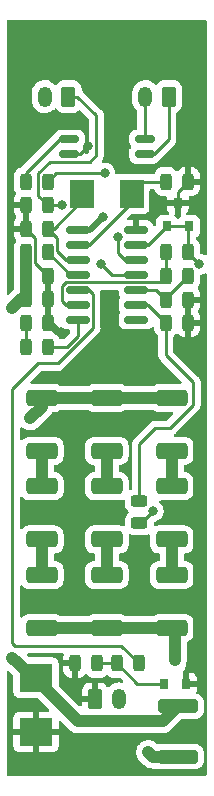
<source format=gbr>
%TF.GenerationSoftware,KiCad,Pcbnew,(6.0.1-0)*%
%TF.CreationDate,2022-02-25T00:16:28-05:00*%
%TF.ProjectId,aquabotsBMSModule,61717561-626f-4747-9342-4d534d6f6475,rev?*%
%TF.SameCoordinates,Original*%
%TF.FileFunction,Copper,L1,Top*%
%TF.FilePolarity,Positive*%
%FSLAX46Y46*%
G04 Gerber Fmt 4.6, Leading zero omitted, Abs format (unit mm)*
G04 Created by KiCad (PCBNEW (6.0.1-0)) date 2022-02-25 00:16:28*
%MOMM*%
%LPD*%
G01*
G04 APERTURE LIST*
G04 Aperture macros list*
%AMRoundRect*
0 Rectangle with rounded corners*
0 $1 Rounding radius*
0 $2 $3 $4 $5 $6 $7 $8 $9 X,Y pos of 4 corners*
0 Add a 4 corners polygon primitive as box body*
4,1,4,$2,$3,$4,$5,$6,$7,$8,$9,$2,$3,0*
0 Add four circle primitives for the rounded corners*
1,1,$1+$1,$2,$3*
1,1,$1+$1,$4,$5*
1,1,$1+$1,$6,$7*
1,1,$1+$1,$8,$9*
0 Add four rect primitives between the rounded corners*
20,1,$1+$1,$2,$3,$4,$5,0*
20,1,$1+$1,$4,$5,$6,$7,0*
20,1,$1+$1,$6,$7,$8,$9,0*
20,1,$1+$1,$8,$9,$2,$3,0*%
G04 Aperture macros list end*
%TA.AperFunction,SMDPad,CuDef*%
%ADD10R,2.000000X2.400000*%
%TD*%
%TA.AperFunction,SMDPad,CuDef*%
%ADD11R,2.800000X2.400000*%
%TD*%
%TA.AperFunction,SMDPad,CuDef*%
%ADD12RoundRect,0.150000X-0.825000X-0.150000X0.825000X-0.150000X0.825000X0.150000X-0.825000X0.150000X0*%
%TD*%
%TA.AperFunction,SMDPad,CuDef*%
%ADD13RoundRect,0.243750X-0.243750X-0.456250X0.243750X-0.456250X0.243750X0.456250X-0.243750X0.456250X0*%
%TD*%
%TA.AperFunction,SMDPad,CuDef*%
%ADD14RoundRect,0.243750X0.243750X0.456250X-0.243750X0.456250X-0.243750X-0.456250X0.243750X-0.456250X0*%
%TD*%
%TA.AperFunction,SMDPad,CuDef*%
%ADD15RoundRect,0.250000X-1.450000X0.312500X-1.450000X-0.312500X1.450000X-0.312500X1.450000X0.312500X0*%
%TD*%
%TA.AperFunction,ComponentPad*%
%ADD16RoundRect,0.250000X-0.350000X-0.625000X0.350000X-0.625000X0.350000X0.625000X-0.350000X0.625000X0*%
%TD*%
%TA.AperFunction,ComponentPad*%
%ADD17O,1.200000X1.750000*%
%TD*%
%TA.AperFunction,SMDPad,CuDef*%
%ADD18R,0.800000X0.900000*%
%TD*%
%TA.AperFunction,SMDPad,CuDef*%
%ADD19RoundRect,0.250000X-1.075000X0.425000X-1.075000X-0.425000X1.075000X-0.425000X1.075000X0.425000X0*%
%TD*%
%TA.AperFunction,SMDPad,CuDef*%
%ADD20RoundRect,0.243750X0.456250X-0.243750X0.456250X0.243750X-0.456250X0.243750X-0.456250X-0.243750X0*%
%TD*%
%TA.AperFunction,ComponentPad*%
%ADD21RoundRect,0.250000X0.350000X0.625000X-0.350000X0.625000X-0.350000X-0.625000X0.350000X-0.625000X0*%
%TD*%
%TA.AperFunction,SMDPad,CuDef*%
%ADD22RoundRect,0.150000X-0.662500X-0.150000X0.662500X-0.150000X0.662500X0.150000X-0.662500X0.150000X0*%
%TD*%
%TA.AperFunction,ViaPad*%
%ADD23C,0.800000*%
%TD*%
%TA.AperFunction,Conductor*%
%ADD24C,0.250000*%
%TD*%
%TA.AperFunction,Conductor*%
%ADD25C,0.500000*%
%TD*%
%TA.AperFunction,Conductor*%
%ADD26C,1.000000*%
%TD*%
G04 APERTURE END LIST*
D10*
%TO.P,Y1,2*%
%TO.N,Net-(ATTINY841-Pad2)*%
X132100000Y-57250000D03*
%TO.P,Y1,1*%
%TO.N,Net-(ATTINY841-Pad3)*%
X127900000Y-57250000D03*
%TD*%
D11*
%TO.P,D2,1*%
%TO.N,VCC*%
X124000000Y-98200000D03*
%TO.P,D2,2*%
%TO.N,GND*%
X124000000Y-102800000D03*
%TD*%
D12*
%TO.P,ATTINY841,1*%
%TO.N,VCC*%
X127525000Y-60290000D03*
%TO.P,ATTINY841,2*%
%TO.N,Net-(ATTINY841-Pad2)*%
X127525000Y-61560000D03*
%TO.P,ATTINY841,3*%
%TO.N,Net-(ATTINY841-Pad3)*%
X127525000Y-62830000D03*
%TO.P,ATTINY841,4*%
%TO.N,Net-(ATTINY841-Pad4)*%
X127525000Y-64100000D03*
%TO.P,ATTINY841,5*%
%TO.N,DUMP_LOAD_ENABLE*%
X127525000Y-65370000D03*
%TO.P,ATTINY841,6*%
%TO.N,ENABLE*%
X127525000Y-66640000D03*
%TO.P,ATTINY841,7*%
%TO.N,Net-(ATTINY841-Pad7)*%
X127525000Y-67910000D03*
%TO.P,ATTINY841,8*%
%TO.N,MISO*%
X132475000Y-67910000D03*
%TO.P,ATTINY841,9*%
%TO.N,SCK*%
X132475000Y-66640000D03*
%TO.P,ATTINY841,10*%
%TO.N,Net-(ATTINY841-Pad10)*%
X132475000Y-65370000D03*
%TO.P,ATTINY841,11*%
%TO.N,RXD0*%
X132475000Y-64100000D03*
%TO.P,ATTINY841,12*%
%TO.N,TXD0*%
X132475000Y-62830000D03*
%TO.P,ATTINY841,13*%
%TO.N,VREF*%
X132475000Y-61560000D03*
%TO.P,ATTINY841,14*%
%TO.N,GND*%
X132475000Y-60290000D03*
%TD*%
D13*
%TO.P,C2,1*%
%TO.N,VCC*%
X123125000Y-66167855D03*
%TO.P,C2,2*%
%TO.N,GND*%
X125000000Y-66167855D03*
%TD*%
D14*
%TO.P,C5,1*%
%TO.N,Net-(ATTINY841-Pad3)*%
X125000000Y-60187142D03*
%TO.P,C5,2*%
%TO.N,GND*%
X123125000Y-60187142D03*
%TD*%
D15*
%TO.P,F1,1*%
%TO.N,VCC*%
X136000000Y-100612500D03*
%TO.P,F1,2*%
%TO.N,Net-(F1-Pad2)*%
X136000000Y-104887500D03*
%TD*%
D16*
%TO.P,POWER1,1*%
%TO.N,GND*%
X129000000Y-100000000D03*
D17*
%TO.P,POWER1,2*%
%TO.N,Net-(F1-Pad2)*%
X131000000Y-100000000D03*
%TD*%
D18*
%TO.P,Q1,1*%
%TO.N,Net-(Q1-Pad1)*%
X134800000Y-98750000D03*
%TO.P,Q1,2*%
%TO.N,GND*%
X136700000Y-98750000D03*
%TO.P,Q1,3*%
%TO.N,Net-(Q1-Pad3)*%
X135750000Y-96750000D03*
%TD*%
D13*
%TO.P,R3,1*%
%TO.N,ENABLE*%
X135000000Y-64200000D03*
%TO.P,R3,2*%
%TO.N,Net-(ATTINY841-Pad10)*%
X136875000Y-64200000D03*
%TD*%
%TO.P,R4,1*%
%TO.N,Net-(ATTINY841-Pad10)*%
X135000000Y-66200000D03*
%TO.P,R4,2*%
%TO.N,GND*%
X136875000Y-66200000D03*
%TD*%
%TO.P,R5,1*%
%TO.N,Net-(R5-Pad1)*%
X123125000Y-56200000D03*
%TO.P,R5,2*%
%TO.N,TXD0*%
X125000000Y-56200000D03*
%TD*%
D19*
%TO.P,R8,1*%
%TO.N,Net-(R6-Pad2)*%
X135500000Y-82000000D03*
%TO.P,R8,2*%
%TO.N,Net-(R12-Pad1)*%
X135500000Y-86500000D03*
%TD*%
%TO.P,R12,1*%
%TO.N,Net-(R12-Pad1)*%
X135500000Y-89500000D03*
%TO.P,R12,2*%
%TO.N,Net-(Q1-Pad3)*%
X135500000Y-94000000D03*
%TD*%
D13*
%TO.P,R16,1*%
%TO.N,GND*%
X123125000Y-58200000D03*
%TO.P,R16,2*%
%TO.N,RXD0*%
X125000000Y-58200000D03*
%TD*%
D14*
%TO.P,R18,1*%
%TO.N,GND*%
X125000000Y-68161426D03*
%TO.P,R18,2*%
%TO.N,Net-(D4-Pad1)*%
X123125000Y-68161426D03*
%TD*%
D20*
%TO.P,R19,1*%
%TO.N,VREF*%
X132750000Y-85125000D03*
%TO.P,R19,2*%
%TO.N,SCK*%
X132750000Y-83250000D03*
%TD*%
D13*
%TO.P,R20,1*%
%TO.N,SCK*%
X135000000Y-68161426D03*
%TO.P,R20,2*%
%TO.N,GND*%
X136875000Y-68161426D03*
%TD*%
D19*
%TO.P,R25,1*%
%TO.N,Net-(R22-Pad2)*%
X130000000Y-82000000D03*
%TO.P,R25,2*%
%TO.N,Net-(R25-Pad2)*%
X130000000Y-86500000D03*
%TD*%
%TO.P,R26,1*%
%TO.N,Net-(R24-Pad2)*%
X124500000Y-82000000D03*
%TO.P,R26,2*%
%TO.N,Net-(R26-Pad2)*%
X124500000Y-86500000D03*
%TD*%
%TO.P,R29,1*%
%TO.N,Net-(R25-Pad2)*%
X130000000Y-89500000D03*
%TO.P,R29,2*%
%TO.N,Net-(Q1-Pad3)*%
X130000000Y-94000000D03*
%TD*%
%TO.P,R30,1*%
%TO.N,Net-(R26-Pad2)*%
X124500000Y-89500000D03*
%TO.P,R30,2*%
%TO.N,Net-(Q1-Pad3)*%
X124500000Y-94000000D03*
%TD*%
D21*
%TO.P,RX1,1*%
%TO.N,RXD0*%
X126750000Y-49000000D03*
D17*
%TO.P,RX1,2*%
%TO.N,VCC*%
X124750000Y-49000000D03*
%TD*%
D21*
%TO.P,TX1,1*%
%TO.N,Net-(TX1-Pad1)*%
X135250000Y-49000000D03*
D17*
%TO.P,TX1,2*%
%TO.N,Net-(TX1-Pad2)*%
X133250000Y-49000000D03*
%TD*%
D13*
%TO.P,D4,1*%
%TO.N,Net-(D4-Pad1)*%
X123125000Y-70200000D03*
%TO.P,D4,2*%
%TO.N,Net-(ATTINY841-Pad7)*%
X125000000Y-70200000D03*
%TD*%
D19*
%TO.P,R24,1*%
%TO.N,VCC*%
X124500000Y-74500000D03*
%TO.P,R24,2*%
%TO.N,Net-(R24-Pad2)*%
X124500000Y-79000000D03*
%TD*%
%TO.P,R6,1*%
%TO.N,VCC*%
X135500000Y-74500000D03*
%TO.P,R6,2*%
%TO.N,Net-(R6-Pad2)*%
X135500000Y-79000000D03*
%TD*%
%TO.P,R22,1*%
%TO.N,VCC*%
X130000000Y-74500000D03*
%TO.P,R22,2*%
%TO.N,Net-(R22-Pad2)*%
X130000000Y-79000000D03*
%TD*%
D13*
%TO.P,C4,1*%
%TO.N,Net-(ATTINY841-Pad2)*%
X135000000Y-56200000D03*
%TO.P,C4,2*%
%TO.N,GND*%
X136875000Y-56200000D03*
%TD*%
%TO.P,C1,1*%
%TO.N,VCC*%
X123125000Y-64174284D03*
%TO.P,C1,2*%
%TO.N,GND*%
X125000000Y-64174284D03*
%TD*%
D22*
%TO.P,U1,1*%
%TO.N,Net-(R5-Pad1)*%
X126812500Y-52615000D03*
%TO.P,U1,2*%
%TO.N,GND*%
X126812500Y-53885000D03*
%TO.P,U1,3*%
%TO.N,Net-(TX1-Pad1)*%
X133187500Y-53885000D03*
%TO.P,U1,4*%
%TO.N,Net-(TX1-Pad2)*%
X133187500Y-52615000D03*
%TD*%
D13*
%TO.P,R1,1*%
%TO.N,VCC*%
X123125000Y-62180713D03*
%TO.P,R1,2*%
%TO.N,Net-(ATTINY841-Pad4)*%
X125000000Y-62180713D03*
%TD*%
%TO.P,R2,1*%
%TO.N,ENABLE*%
X135000000Y-62170000D03*
%TO.P,R2,2*%
%TO.N,VREF*%
X136875000Y-62170000D03*
%TD*%
D18*
%TO.P,D1,1*%
%TO.N,VREF*%
X135057500Y-60000000D03*
%TO.P,D1,2*%
X136957500Y-60000000D03*
%TO.P,D1,3*%
%TO.N,GND*%
X136007500Y-58000000D03*
%TD*%
D13*
%TO.P,R14,1*%
%TO.N,Net-(Q1-Pad1)*%
X130832500Y-97000000D03*
%TO.P,R14,2*%
%TO.N,DUMP_LOAD_ENABLE*%
X132707500Y-97000000D03*
%TD*%
D14*
%TO.P,R15,1*%
%TO.N,Net-(Q1-Pad1)*%
X129167500Y-97000000D03*
%TO.P,R15,2*%
%TO.N,GND*%
X127292500Y-97000000D03*
%TD*%
D23*
%TO.N,GND*%
X135250000Y-44750000D03*
X136900000Y-53700000D03*
X127200000Y-91400000D03*
X130100000Y-104500000D03*
X130300000Y-67200000D03*
X131000000Y-54100000D03*
X125600000Y-51100000D03*
X130000000Y-48800000D03*
X127300000Y-98700000D03*
X131000000Y-52450000D03*
X132700000Y-91400000D03*
X127200000Y-76800000D03*
X130000000Y-44750000D03*
X137600000Y-58100000D03*
X128375000Y-53200000D03*
X126200000Y-69000000D03*
X136300000Y-70100000D03*
X124800000Y-44750000D03*
X136400000Y-102900000D03*
X135900000Y-84400000D03*
X137700000Y-77000000D03*
X127300000Y-104500000D03*
X132700000Y-91400000D03*
X134200000Y-58200000D03*
X127200000Y-84300000D03*
%TO.N,VREF*%
X137800000Y-63200000D03*
X133900000Y-84100000D03*
%TO.N,TXD0*%
X130900000Y-60900000D03*
X129800000Y-55500000D03*
%TO.N,RXD0*%
X126200000Y-58200000D03*
X129500000Y-63200000D03*
%TO.N,VCC*%
X132750000Y-74500000D03*
X127250000Y-74500000D03*
X122000000Y-66900000D03*
X129700000Y-59200000D03*
X122000000Y-96500000D03*
X123500000Y-76250000D03*
%TO.N,Net-(F1-Pad2)*%
X133500000Y-104500000D03*
%TO.N,Net-(Q1-Pad3)*%
X127250000Y-94000000D03*
X135750000Y-95450000D03*
X132750000Y-94000000D03*
%TD*%
D24*
%TO.N,GND*%
X123950010Y-63124294D02*
X125000000Y-64174284D01*
X125000000Y-68161426D02*
X125000000Y-66167855D01*
X136007500Y-58000000D02*
X136007500Y-57067500D01*
X125000000Y-66167855D02*
X125000000Y-64174284D01*
X126812500Y-53885000D02*
X127690000Y-53885000D01*
X136007500Y-57067500D02*
X136875000Y-56200000D01*
X123950010Y-61012152D02*
X123950010Y-63124294D01*
X123125000Y-60187142D02*
X123950010Y-61012152D01*
X125000000Y-68161426D02*
X125161426Y-68161426D01*
D25*
X125838574Y-69000000D02*
X125000000Y-68161426D01*
X126200000Y-69000000D02*
X125838574Y-69000000D01*
D24*
X127690000Y-53885000D02*
X128375000Y-53200000D01*
D25*
X125161426Y-68161426D02*
X126100000Y-69100000D01*
D24*
X124000000Y-101900000D02*
X123900000Y-101900000D01*
%TO.N,VREF*%
X135057500Y-60000000D02*
X133497500Y-61560000D01*
X132750000Y-85125000D02*
X132875000Y-85125000D01*
X136875000Y-60082500D02*
X136957500Y-60000000D01*
X133497500Y-61560000D02*
X132475000Y-61560000D01*
X136875000Y-62275000D02*
X137800000Y-63200000D01*
X132875000Y-85125000D02*
X133900000Y-84100000D01*
X136875000Y-62170000D02*
X136875000Y-60082500D01*
X135057500Y-60000000D02*
X136957500Y-60000000D01*
X136875000Y-62170000D02*
X136875000Y-62275000D01*
%TO.N,TXD0*%
X132475000Y-62830000D02*
X131500000Y-62830000D01*
X125700000Y-55500000D02*
X129800000Y-55500000D01*
X125000000Y-56200000D02*
X125700000Y-55500000D01*
X130900000Y-62230000D02*
X130900000Y-60900000D01*
X131500000Y-62830000D02*
X130900000Y-62230000D01*
%TO.N,RXD0*%
X124187490Y-57387490D02*
X124187490Y-55508160D01*
X125185640Y-54510010D02*
X128571758Y-54510010D01*
X126200000Y-58200000D02*
X125000000Y-58200000D01*
X124187490Y-55508160D02*
X125185640Y-54510010D01*
X127500000Y-49000000D02*
X126750000Y-49000000D01*
X128571758Y-54510010D02*
X129100000Y-53981768D01*
X132475000Y-64100000D02*
X130400000Y-64100000D01*
X129100000Y-50600000D02*
X127500000Y-49000000D01*
X129100000Y-53981768D02*
X129100000Y-50600000D01*
X130400000Y-64100000D02*
X129500000Y-63200000D01*
X125000000Y-58200000D02*
X124187490Y-57387490D01*
%TO.N,Net-(ATTINY841-Pad10)*%
X134170000Y-65370000D02*
X135000000Y-66200000D01*
X136875000Y-64200000D02*
X135000000Y-66075000D01*
X135000000Y-66075000D02*
X135000000Y-66200000D01*
X132475000Y-65370000D02*
X134170000Y-65370000D01*
%TO.N,SCK*%
X135313190Y-77086810D02*
X137300000Y-75100000D01*
X134100000Y-77100000D02*
X135313190Y-77100000D01*
X135000000Y-68161426D02*
X135000000Y-70900000D01*
X137300000Y-75100000D02*
X137300000Y-73200000D01*
X135000000Y-70900000D02*
X137300000Y-73200000D01*
X132750000Y-83250000D02*
X132750000Y-78450000D01*
X133478574Y-66640000D02*
X135000000Y-68161426D01*
X132750000Y-78450000D02*
X134100000Y-77100000D01*
X132475000Y-66640000D02*
X133478574Y-66640000D01*
%TO.N,Net-(ATTINY841-Pad7)*%
X125000000Y-70200000D02*
X126600000Y-70200000D01*
X126600000Y-70200000D02*
X127525000Y-69275000D01*
X127525000Y-69275000D02*
X127525000Y-67910000D01*
%TO.N,ENABLE*%
X134474990Y-64725010D02*
X135000000Y-64200000D01*
X126550000Y-66640000D02*
X126224990Y-66314990D01*
X127525000Y-66640000D02*
X126550000Y-66640000D01*
X126224990Y-65023242D02*
X126523222Y-64725010D01*
X126523222Y-64725010D02*
X134474990Y-64725010D01*
X126224990Y-66314990D02*
X126224990Y-65023242D01*
X135000000Y-64200000D02*
X135000000Y-62170000D01*
%TO.N,DUMP_LOAD_ENABLE*%
X128825010Y-68611400D02*
X125836410Y-71600000D01*
X122000000Y-95250000D02*
X122250000Y-95500000D01*
X132707500Y-97000000D02*
X131207500Y-95500000D01*
X127525000Y-65370000D02*
X128500000Y-65370000D01*
X122000000Y-73762546D02*
X122000000Y-95250000D01*
X128500000Y-65370000D02*
X128825010Y-65695010D01*
X124162546Y-71600000D02*
X122000000Y-73762546D01*
X125836410Y-71600000D02*
X124162546Y-71600000D01*
X131207500Y-95500000D02*
X122250000Y-95500000D01*
X128825010Y-65695010D02*
X128825010Y-68611400D01*
%TO.N,Net-(ATTINY841-Pad4)*%
X127525000Y-64100000D02*
X126919287Y-64100000D01*
X126919287Y-64100000D02*
X125000000Y-62180713D01*
%TO.N,Net-(ATTINY841-Pad3)*%
X125000000Y-60187142D02*
X125487500Y-60187142D01*
X128150000Y-57524642D02*
X128150000Y-57250000D01*
X125812510Y-62092510D02*
X125812510Y-60999652D01*
X126550000Y-62830000D02*
X125812510Y-62092510D01*
X127525000Y-62830000D02*
X126550000Y-62830000D01*
X125812510Y-60999652D02*
X125000000Y-60187142D01*
X125487500Y-60187142D02*
X128150000Y-57524642D01*
%TO.N,Net-(ATTINY841-Pad2)*%
X132900000Y-56200000D02*
X131850000Y-57250000D01*
X127525000Y-61560000D02*
X128500000Y-61560000D01*
X128500000Y-61560000D02*
X131850000Y-58210000D01*
X135000000Y-56200000D02*
X132900000Y-56200000D01*
X131850000Y-58210000D02*
X131850000Y-57250000D01*
D26*
%TO.N,VCC*%
X127900010Y-101900000D02*
X127550000Y-101900000D01*
X136000000Y-100612500D02*
X134712500Y-101900000D01*
X122500000Y-97000000D02*
X122000000Y-96500000D01*
X123850000Y-98350000D02*
X122500000Y-97000000D01*
X124500000Y-74500000D02*
X124500000Y-75250000D01*
D25*
X128610000Y-60290000D02*
X129700000Y-59200000D01*
D26*
X135500000Y-74500000D02*
X130000000Y-74500000D01*
X127550000Y-101900000D02*
X124000000Y-98350000D01*
X124500000Y-74500000D02*
X130000000Y-74500000D01*
X134712500Y-101900000D02*
X133300000Y-101900000D01*
D25*
X127525000Y-60290000D02*
X128610000Y-60290000D01*
D26*
X123125000Y-66167855D02*
X122732145Y-66167855D01*
X123125000Y-66167855D02*
X123125000Y-64174284D01*
X122732145Y-66167855D02*
X122000000Y-66900000D01*
X123125000Y-62180713D02*
X123125000Y-64174284D01*
X124000000Y-98350000D02*
X123850000Y-98350000D01*
X133300000Y-101900000D02*
X127900010Y-101900000D01*
X124500000Y-75250000D02*
X123500000Y-76250000D01*
D24*
%TO.N,Net-(D4-Pad1)*%
X123125000Y-68161426D02*
X123125000Y-70200000D01*
D26*
%TO.N,Net-(F1-Pad2)*%
X136000000Y-104887500D02*
X133887500Y-104887500D01*
X133887500Y-104887500D02*
X133500000Y-104500000D01*
%TO.N,Net-(Q1-Pad3)*%
X135750000Y-95450000D02*
X135750000Y-94250000D01*
X132800000Y-94000000D02*
X130000000Y-94000000D01*
X127200000Y-94000000D02*
X124500000Y-94000000D01*
X135750000Y-94250000D02*
X135500000Y-94000000D01*
X135500000Y-94000000D02*
X132800000Y-94000000D01*
X135750000Y-96750000D02*
X135750000Y-95450000D01*
X130000000Y-94000000D02*
X127200000Y-94000000D01*
D24*
%TO.N,Net-(Q1-Pad1)*%
X132582500Y-98750000D02*
X130832500Y-97000000D01*
X130832500Y-97000000D02*
X129167500Y-97000000D01*
X134800000Y-98750000D02*
X132582500Y-98750000D01*
%TO.N,Net-(R5-Pad1)*%
X123125000Y-56200000D02*
X123125000Y-55500000D01*
X123125000Y-55500000D02*
X126010000Y-52615000D01*
X126010000Y-52615000D02*
X126812500Y-52615000D01*
D26*
%TO.N,Net-(R6-Pad2)*%
X135500000Y-79000000D02*
X135500000Y-82000000D01*
%TO.N,Net-(R12-Pad1)*%
X135500000Y-89500000D02*
X135500000Y-86500000D01*
%TO.N,Net-(R22-Pad2)*%
X130000000Y-79000000D02*
X130000000Y-82000000D01*
%TO.N,Net-(R24-Pad2)*%
X124500000Y-79000000D02*
X124500000Y-82000000D01*
%TO.N,Net-(R25-Pad2)*%
X130000000Y-89500000D02*
X130000000Y-86500000D01*
%TO.N,Net-(R26-Pad2)*%
X124500000Y-89500000D02*
X124500000Y-86500000D01*
D24*
%TO.N,Net-(TX1-Pad2)*%
X133187500Y-49062500D02*
X133250000Y-49000000D01*
X133187500Y-52615000D02*
X133187500Y-49062500D01*
%TO.N,Net-(TX1-Pad1)*%
X135250000Y-52635000D02*
X135250000Y-49000000D01*
X133187500Y-53885000D02*
X134000000Y-53885000D01*
X134000000Y-53885000D02*
X135250000Y-52635000D01*
%TD*%
%TA.AperFunction,Conductor*%
%TO.N,GND*%
G36*
X138427958Y-63957775D02*
G01*
X138477438Y-64008689D01*
X138492000Y-64067489D01*
X138492000Y-106366000D01*
X138471998Y-106434121D01*
X138418342Y-106480614D01*
X138366000Y-106492000D01*
X121634000Y-106492000D01*
X121565879Y-106471998D01*
X121519386Y-106418342D01*
X121508000Y-106366000D01*
X121508000Y-104044669D01*
X122092001Y-104044669D01*
X122092371Y-104051490D01*
X122097895Y-104102352D01*
X122101521Y-104117604D01*
X122146676Y-104238054D01*
X122155214Y-104253649D01*
X122231715Y-104355724D01*
X122244276Y-104368285D01*
X122346351Y-104444786D01*
X122361946Y-104453324D01*
X122482394Y-104498478D01*
X122497649Y-104502105D01*
X122548514Y-104507631D01*
X122555328Y-104508000D01*
X123727885Y-104508000D01*
X123743124Y-104503525D01*
X123744329Y-104502135D01*
X123746000Y-104494452D01*
X123746000Y-104489884D01*
X124254000Y-104489884D01*
X124258475Y-104505123D01*
X124259865Y-104506328D01*
X124267548Y-104507999D01*
X125444669Y-104507999D01*
X125451490Y-104507629D01*
X125502352Y-104502105D01*
X125517604Y-104498479D01*
X125541854Y-104489388D01*
X132486676Y-104489388D01*
X132503913Y-104686413D01*
X132505632Y-104692330D01*
X132505633Y-104692335D01*
X132543614Y-104823064D01*
X132559091Y-104876336D01*
X132650108Y-105051926D01*
X132653948Y-105056736D01*
X132744542Y-105170223D01*
X132744549Y-105170230D01*
X132746738Y-105172973D01*
X133130652Y-105556887D01*
X133139742Y-105567017D01*
X133163468Y-105596525D01*
X133168192Y-105600489D01*
X133201921Y-105628791D01*
X133205569Y-105631972D01*
X133207381Y-105633615D01*
X133209575Y-105635809D01*
X133242849Y-105663142D01*
X133243647Y-105663804D01*
X133314974Y-105723654D01*
X133319644Y-105726222D01*
X133323761Y-105729603D01*
X133405620Y-105773495D01*
X133406780Y-105774124D01*
X133482889Y-105815966D01*
X133482894Y-105815968D01*
X133488287Y-105818933D01*
X133493365Y-105820544D01*
X133498063Y-105823063D01*
X133586998Y-105850253D01*
X133588202Y-105850628D01*
X133676806Y-105878735D01*
X133682097Y-105879328D01*
X133687198Y-105880888D01*
X133779811Y-105890295D01*
X133780931Y-105890415D01*
X133830727Y-105896000D01*
X133834256Y-105896000D01*
X133835239Y-105896055D01*
X133840926Y-105896503D01*
X133861183Y-105898560D01*
X133877836Y-105900252D01*
X133877839Y-105900252D01*
X133883963Y-105900874D01*
X133929612Y-105896559D01*
X133941469Y-105896000D01*
X134218625Y-105896000D01*
X134258292Y-105902407D01*
X134388611Y-105945632D01*
X134388613Y-105945632D01*
X134395139Y-105947797D01*
X134401975Y-105948497D01*
X134401978Y-105948498D01*
X134445031Y-105952909D01*
X134499600Y-105958500D01*
X137500400Y-105958500D01*
X137503646Y-105958163D01*
X137503650Y-105958163D01*
X137599308Y-105948238D01*
X137599312Y-105948237D01*
X137606166Y-105947526D01*
X137612702Y-105945345D01*
X137612704Y-105945345D01*
X137766998Y-105893868D01*
X137773946Y-105891550D01*
X137924348Y-105798478D01*
X137949288Y-105773495D01*
X138044134Y-105678483D01*
X138049305Y-105673303D01*
X138076743Y-105628791D01*
X138138275Y-105528968D01*
X138138276Y-105528966D01*
X138142115Y-105522738D01*
X138197797Y-105354861D01*
X138208500Y-105250400D01*
X138208500Y-104524600D01*
X138206778Y-104507999D01*
X138198238Y-104425692D01*
X138198237Y-104425688D01*
X138197526Y-104418834D01*
X138180662Y-104368285D01*
X138143868Y-104258002D01*
X138141550Y-104251054D01*
X138048478Y-104100652D01*
X137923303Y-103975695D01*
X137917072Y-103971854D01*
X137778968Y-103886725D01*
X137778966Y-103886724D01*
X137772738Y-103882885D01*
X137644833Y-103840461D01*
X137611389Y-103829368D01*
X137611387Y-103829368D01*
X137604861Y-103827203D01*
X137598025Y-103826503D01*
X137598022Y-103826502D01*
X137554969Y-103822091D01*
X137500400Y-103816500D01*
X134499600Y-103816500D01*
X134496354Y-103816837D01*
X134496350Y-103816837D01*
X134466417Y-103819943D01*
X134393834Y-103827474D01*
X134369902Y-103835459D01*
X134362652Y-103837877D01*
X134291702Y-103840461D01*
X134233682Y-103807448D01*
X134177925Y-103751691D01*
X134063739Y-103657897D01*
X133889437Y-103564438D01*
X133780781Y-103531218D01*
X133706200Y-103508416D01*
X133706198Y-103508416D01*
X133700302Y-103506613D01*
X133642449Y-103500736D01*
X133509666Y-103487248D01*
X133509661Y-103487248D01*
X133503538Y-103486626D01*
X133379475Y-103498354D01*
X133312771Y-103504659D01*
X133312769Y-103504659D01*
X133306638Y-103505239D01*
X133211871Y-103533490D01*
X133123007Y-103559981D01*
X133123005Y-103559982D01*
X133117104Y-103561741D01*
X132942154Y-103653982D01*
X132788453Y-103778447D01*
X132784508Y-103783182D01*
X132701439Y-103882885D01*
X132661854Y-103930396D01*
X132567178Y-104104041D01*
X132565335Y-104109923D01*
X132523060Y-104244824D01*
X132508035Y-104292768D01*
X132507370Y-104298891D01*
X132507369Y-104298895D01*
X132487341Y-104483263D01*
X132486676Y-104489388D01*
X125541854Y-104489388D01*
X125638054Y-104453324D01*
X125653649Y-104444786D01*
X125755724Y-104368285D01*
X125768285Y-104355724D01*
X125844786Y-104253649D01*
X125853324Y-104238054D01*
X125898478Y-104117606D01*
X125902105Y-104102351D01*
X125907631Y-104051486D01*
X125908000Y-104044672D01*
X125908000Y-103072115D01*
X125903525Y-103056876D01*
X125902135Y-103055671D01*
X125894452Y-103054000D01*
X124272115Y-103054000D01*
X124256876Y-103058475D01*
X124255671Y-103059865D01*
X124254000Y-103067548D01*
X124254000Y-104489884D01*
X123746000Y-104489884D01*
X123746000Y-103072115D01*
X123741525Y-103056876D01*
X123740135Y-103055671D01*
X123732452Y-103054000D01*
X122110116Y-103054000D01*
X122094877Y-103058475D01*
X122093672Y-103059865D01*
X122092001Y-103067548D01*
X122092001Y-104044669D01*
X121508000Y-104044669D01*
X121508000Y-102527885D01*
X122092000Y-102527885D01*
X122096475Y-102543124D01*
X122097865Y-102544329D01*
X122105548Y-102546000D01*
X123727885Y-102546000D01*
X123743124Y-102541525D01*
X123744329Y-102540135D01*
X123746000Y-102532452D01*
X123746000Y-101110116D01*
X123741525Y-101094877D01*
X123740135Y-101093672D01*
X123732452Y-101092001D01*
X122555331Y-101092001D01*
X122548510Y-101092371D01*
X122497648Y-101097895D01*
X122482396Y-101101521D01*
X122361946Y-101146676D01*
X122346351Y-101155214D01*
X122244276Y-101231715D01*
X122231715Y-101244276D01*
X122155214Y-101346351D01*
X122146676Y-101361946D01*
X122101522Y-101482394D01*
X122097895Y-101497649D01*
X122092369Y-101548514D01*
X122092000Y-101555328D01*
X122092000Y-102527885D01*
X121508000Y-102527885D01*
X121508000Y-97738425D01*
X121528002Y-97670304D01*
X121581658Y-97623811D01*
X121651932Y-97613707D01*
X121716512Y-97643201D01*
X121723095Y-97649330D01*
X122054595Y-97980830D01*
X122088621Y-98043142D01*
X122091500Y-98069925D01*
X122091500Y-99448134D01*
X122098255Y-99510316D01*
X122149385Y-99646705D01*
X122236739Y-99763261D01*
X122353295Y-99850615D01*
X122489684Y-99901745D01*
X122551866Y-99908500D01*
X124080075Y-99908500D01*
X124148196Y-99928502D01*
X124169170Y-99945405D01*
X125100670Y-100876905D01*
X125134696Y-100939217D01*
X125129631Y-101010032D01*
X125087084Y-101066868D01*
X125020564Y-101091679D01*
X125011575Y-101092000D01*
X124272115Y-101092000D01*
X124256876Y-101096475D01*
X124255671Y-101097865D01*
X124254000Y-101105548D01*
X124254000Y-102527885D01*
X124258475Y-102543124D01*
X124259865Y-102544329D01*
X124267548Y-102546000D01*
X125889884Y-102546000D01*
X125905123Y-102541525D01*
X125906328Y-102540135D01*
X125907999Y-102532452D01*
X125907999Y-101988423D01*
X125928001Y-101920302D01*
X125981657Y-101873809D01*
X126051931Y-101863705D01*
X126116511Y-101893199D01*
X126123094Y-101899328D01*
X126793145Y-102569379D01*
X126802247Y-102579522D01*
X126825968Y-102609025D01*
X126837933Y-102619065D01*
X126864421Y-102641291D01*
X126868069Y-102644472D01*
X126869881Y-102646115D01*
X126872075Y-102648309D01*
X126905349Y-102675642D01*
X126906147Y-102676304D01*
X126977474Y-102736154D01*
X126982144Y-102738722D01*
X126986261Y-102742103D01*
X127006079Y-102752729D01*
X127068086Y-102785977D01*
X127069245Y-102786606D01*
X127145381Y-102828462D01*
X127145389Y-102828465D01*
X127150787Y-102831433D01*
X127155869Y-102833045D01*
X127160563Y-102835562D01*
X127249531Y-102862762D01*
X127250559Y-102863082D01*
X127339306Y-102891235D01*
X127344602Y-102891829D01*
X127349698Y-102893387D01*
X127442257Y-102902790D01*
X127443393Y-102902911D01*
X127477008Y-102906681D01*
X127489730Y-102908108D01*
X127489734Y-102908108D01*
X127493227Y-102908500D01*
X127496754Y-102908500D01*
X127497739Y-102908555D01*
X127503419Y-102909002D01*
X127532825Y-102911989D01*
X127540337Y-102912752D01*
X127540339Y-102912752D01*
X127546462Y-102913374D01*
X127592108Y-102909059D01*
X127603967Y-102908500D01*
X134650657Y-102908500D01*
X134664264Y-102909237D01*
X134695762Y-102912659D01*
X134695767Y-102912659D01*
X134701888Y-102913324D01*
X134728138Y-102911027D01*
X134751888Y-102908950D01*
X134756714Y-102908621D01*
X134759186Y-102908500D01*
X134762269Y-102908500D01*
X134774238Y-102907326D01*
X134805006Y-102904310D01*
X134806319Y-102904188D01*
X134850584Y-102900315D01*
X134898913Y-102896087D01*
X134904032Y-102894600D01*
X134909333Y-102894080D01*
X134998334Y-102867209D01*
X134999467Y-102866874D01*
X135082914Y-102842630D01*
X135082918Y-102842628D01*
X135088836Y-102840909D01*
X135093568Y-102838456D01*
X135098669Y-102836916D01*
X135105673Y-102833192D01*
X135180760Y-102793269D01*
X135181926Y-102792657D01*
X135258953Y-102752729D01*
X135264426Y-102749892D01*
X135268589Y-102746569D01*
X135273296Y-102744066D01*
X135345418Y-102685245D01*
X135346274Y-102684554D01*
X135385473Y-102653262D01*
X135387977Y-102650758D01*
X135388695Y-102650116D01*
X135393028Y-102646415D01*
X135426562Y-102619065D01*
X135455791Y-102583733D01*
X135463772Y-102574963D01*
X136318329Y-101720405D01*
X136380642Y-101686380D01*
X136407425Y-101683500D01*
X137500400Y-101683500D01*
X137503646Y-101683163D01*
X137503650Y-101683163D01*
X137599308Y-101673238D01*
X137599312Y-101673237D01*
X137606166Y-101672526D01*
X137612702Y-101670345D01*
X137612704Y-101670345D01*
X137766998Y-101618868D01*
X137773946Y-101616550D01*
X137924348Y-101523478D01*
X138049305Y-101398303D01*
X138142115Y-101247738D01*
X138190613Y-101101521D01*
X138195632Y-101086389D01*
X138195632Y-101086387D01*
X138197797Y-101079861D01*
X138208500Y-100975400D01*
X138208500Y-100249600D01*
X138197526Y-100143834D01*
X138192244Y-100128000D01*
X138143868Y-99983002D01*
X138141550Y-99976054D01*
X138048478Y-99825652D01*
X137923303Y-99700695D01*
X137872160Y-99669170D01*
X137778968Y-99611725D01*
X137778966Y-99611724D01*
X137772738Y-99607885D01*
X137645240Y-99565596D01*
X137586880Y-99525166D01*
X137559643Y-99459601D01*
X137566925Y-99401773D01*
X137598478Y-99317606D01*
X137602105Y-99302351D01*
X137607631Y-99251486D01*
X137608000Y-99244672D01*
X137608000Y-99022115D01*
X137603525Y-99006876D01*
X137602135Y-99005671D01*
X137594452Y-99004000D01*
X136572000Y-99004000D01*
X136503879Y-98983998D01*
X136457386Y-98930342D01*
X136446000Y-98878000D01*
X136446000Y-98477885D01*
X136954000Y-98477885D01*
X136958475Y-98493124D01*
X136959865Y-98494329D01*
X136967548Y-98496000D01*
X137589884Y-98496000D01*
X137605123Y-98491525D01*
X137606328Y-98490135D01*
X137607999Y-98482452D01*
X137607999Y-98255331D01*
X137607629Y-98248510D01*
X137602105Y-98197648D01*
X137598479Y-98182396D01*
X137553324Y-98061946D01*
X137544786Y-98046351D01*
X137468285Y-97944276D01*
X137455724Y-97931715D01*
X137353649Y-97855214D01*
X137338054Y-97846676D01*
X137217606Y-97801522D01*
X137202351Y-97797895D01*
X137151486Y-97792369D01*
X137144672Y-97792000D01*
X136972115Y-97792000D01*
X136956876Y-97796475D01*
X136955671Y-97797865D01*
X136954000Y-97805548D01*
X136954000Y-98477885D01*
X136446000Y-98477885D01*
X136446000Y-97810116D01*
X136438528Y-97784669D01*
X136411181Y-97742115D01*
X136411181Y-97671118D01*
X136449566Y-97611393D01*
X136456512Y-97605792D01*
X136506081Y-97568642D01*
X136513261Y-97563261D01*
X136600615Y-97446705D01*
X136651745Y-97310316D01*
X136658500Y-97248134D01*
X136658500Y-97223280D01*
X136674085Y-97162579D01*
X136678467Y-97154608D01*
X136681433Y-97149213D01*
X136683846Y-97141608D01*
X136739373Y-96966564D01*
X136739373Y-96966563D01*
X136741235Y-96960694D01*
X136758500Y-96806773D01*
X136758500Y-95254197D01*
X136778502Y-95186076D01*
X136832158Y-95139583D01*
X136844623Y-95134674D01*
X136892002Y-95118867D01*
X136892004Y-95118866D01*
X136898946Y-95116550D01*
X137049348Y-95023478D01*
X137174305Y-94898303D01*
X137267115Y-94747738D01*
X137322797Y-94579861D01*
X137333500Y-94475400D01*
X137333500Y-93524600D01*
X137322526Y-93418834D01*
X137266550Y-93251054D01*
X137173478Y-93100652D01*
X137048303Y-92975695D01*
X137042072Y-92971854D01*
X136903968Y-92886725D01*
X136903966Y-92886724D01*
X136897738Y-92882885D01*
X136737254Y-92829655D01*
X136736389Y-92829368D01*
X136736387Y-92829368D01*
X136729861Y-92827203D01*
X136723025Y-92826503D01*
X136723022Y-92826502D01*
X136679969Y-92822091D01*
X136625400Y-92816500D01*
X134374600Y-92816500D01*
X134371354Y-92816837D01*
X134371350Y-92816837D01*
X134275692Y-92826762D01*
X134275688Y-92826763D01*
X134268834Y-92827474D01*
X134262298Y-92829655D01*
X134262296Y-92829655D01*
X134130194Y-92873728D01*
X134101054Y-92883450D01*
X133956919Y-92972644D01*
X133890616Y-92991500D01*
X131609658Y-92991500D01*
X131543542Y-92972760D01*
X131403968Y-92886725D01*
X131403966Y-92886724D01*
X131397738Y-92882885D01*
X131237254Y-92829655D01*
X131236389Y-92829368D01*
X131236387Y-92829368D01*
X131229861Y-92827203D01*
X131223025Y-92826503D01*
X131223022Y-92826502D01*
X131179969Y-92822091D01*
X131125400Y-92816500D01*
X128874600Y-92816500D01*
X128871354Y-92816837D01*
X128871350Y-92816837D01*
X128775692Y-92826762D01*
X128775688Y-92826763D01*
X128768834Y-92827474D01*
X128762298Y-92829655D01*
X128762296Y-92829655D01*
X128630194Y-92873728D01*
X128601054Y-92883450D01*
X128456919Y-92972644D01*
X128390616Y-92991500D01*
X126109658Y-92991500D01*
X126043542Y-92972760D01*
X125903968Y-92886725D01*
X125903966Y-92886724D01*
X125897738Y-92882885D01*
X125737254Y-92829655D01*
X125736389Y-92829368D01*
X125736387Y-92829368D01*
X125729861Y-92827203D01*
X125723025Y-92826503D01*
X125723022Y-92826502D01*
X125679969Y-92822091D01*
X125625400Y-92816500D01*
X123374600Y-92816500D01*
X123371354Y-92816837D01*
X123371350Y-92816837D01*
X123275692Y-92826762D01*
X123275688Y-92826763D01*
X123268834Y-92827474D01*
X123262298Y-92829655D01*
X123262296Y-92829655D01*
X123130194Y-92873728D01*
X123101054Y-92883450D01*
X122950652Y-92976522D01*
X122945479Y-92981704D01*
X122848673Y-93078679D01*
X122786391Y-93112758D01*
X122715570Y-93107755D01*
X122658698Y-93065258D01*
X122633829Y-92998759D01*
X122633500Y-92989661D01*
X122633500Y-90510479D01*
X122653502Y-90442358D01*
X122707158Y-90395865D01*
X122777432Y-90385761D01*
X122842012Y-90415255D01*
X122848518Y-90421306D01*
X122951697Y-90524305D01*
X122957927Y-90528145D01*
X122957928Y-90528146D01*
X123095090Y-90612694D01*
X123102262Y-90617115D01*
X123182005Y-90643564D01*
X123263611Y-90670632D01*
X123263613Y-90670632D01*
X123270139Y-90672797D01*
X123276975Y-90673497D01*
X123276978Y-90673498D01*
X123320031Y-90677909D01*
X123374600Y-90683500D01*
X125625400Y-90683500D01*
X125628646Y-90683163D01*
X125628650Y-90683163D01*
X125724308Y-90673238D01*
X125724312Y-90673237D01*
X125731166Y-90672526D01*
X125737702Y-90670345D01*
X125737704Y-90670345D01*
X125869806Y-90626272D01*
X125898946Y-90616550D01*
X126049348Y-90523478D01*
X126174305Y-90398303D01*
X126267115Y-90247738D01*
X126322797Y-90079861D01*
X126333500Y-89975400D01*
X126333500Y-89024600D01*
X126322526Y-88918834D01*
X126266550Y-88751054D01*
X126173478Y-88600652D01*
X126048303Y-88475695D01*
X126042072Y-88471854D01*
X125903968Y-88386725D01*
X125903966Y-88386724D01*
X125897738Y-88382885D01*
X125737254Y-88329655D01*
X125736389Y-88329368D01*
X125736387Y-88329368D01*
X125729861Y-88327203D01*
X125723025Y-88326503D01*
X125723022Y-88326502D01*
X125628594Y-88316827D01*
X125628589Y-88316827D01*
X125625400Y-88316500D01*
X125625463Y-88315886D01*
X125561066Y-88293354D01*
X125517368Y-88237398D01*
X125508500Y-88190965D01*
X125508500Y-87809029D01*
X125528502Y-87740908D01*
X125582158Y-87694415D01*
X125625433Y-87683823D01*
X125625400Y-87683500D01*
X125627745Y-87683257D01*
X125627747Y-87683256D01*
X125628646Y-87683163D01*
X125628650Y-87683163D01*
X125724308Y-87673238D01*
X125724312Y-87673237D01*
X125731166Y-87672526D01*
X125737702Y-87670345D01*
X125737704Y-87670345D01*
X125869806Y-87626272D01*
X125898946Y-87616550D01*
X126049348Y-87523478D01*
X126174305Y-87398303D01*
X126267115Y-87247738D01*
X126322797Y-87079861D01*
X126333500Y-86975400D01*
X126333500Y-86024600D01*
X126333163Y-86021350D01*
X126323238Y-85925692D01*
X126323237Y-85925688D01*
X126322526Y-85918834D01*
X126266550Y-85751054D01*
X126173478Y-85600652D01*
X126048303Y-85475695D01*
X125955889Y-85418730D01*
X125903968Y-85386725D01*
X125903966Y-85386724D01*
X125897738Y-85382885D01*
X125737254Y-85329655D01*
X125736389Y-85329368D01*
X125736387Y-85329368D01*
X125729861Y-85327203D01*
X125723025Y-85326503D01*
X125723022Y-85326502D01*
X125679969Y-85322091D01*
X125625400Y-85316500D01*
X123374600Y-85316500D01*
X123371354Y-85316837D01*
X123371350Y-85316837D01*
X123275692Y-85326762D01*
X123275688Y-85326763D01*
X123268834Y-85327474D01*
X123262298Y-85329655D01*
X123262296Y-85329655D01*
X123139447Y-85370641D01*
X123101054Y-85383450D01*
X122950652Y-85476522D01*
X122945479Y-85481704D01*
X122848673Y-85578679D01*
X122786391Y-85612758D01*
X122715570Y-85607755D01*
X122658698Y-85565258D01*
X122633829Y-85498759D01*
X122633500Y-85489661D01*
X122633500Y-83010479D01*
X122653502Y-82942358D01*
X122707158Y-82895865D01*
X122777432Y-82885761D01*
X122842012Y-82915255D01*
X122848518Y-82921306D01*
X122951697Y-83024305D01*
X122957927Y-83028145D01*
X122957928Y-83028146D01*
X123095090Y-83112694D01*
X123102262Y-83117115D01*
X123124018Y-83124331D01*
X123263611Y-83170632D01*
X123263613Y-83170632D01*
X123270139Y-83172797D01*
X123276975Y-83173497D01*
X123276978Y-83173498D01*
X123320031Y-83177909D01*
X123374600Y-83183500D01*
X125625400Y-83183500D01*
X125628646Y-83183163D01*
X125628650Y-83183163D01*
X125724308Y-83173238D01*
X125724312Y-83173237D01*
X125731166Y-83172526D01*
X125737702Y-83170345D01*
X125737704Y-83170345D01*
X125883369Y-83121747D01*
X125898946Y-83116550D01*
X126049348Y-83023478D01*
X126174305Y-82898303D01*
X126267115Y-82747738D01*
X126322797Y-82579861D01*
X126333500Y-82475400D01*
X126333500Y-81524600D01*
X126322526Y-81418834D01*
X126266550Y-81251054D01*
X126173478Y-81100652D01*
X126048303Y-80975695D01*
X126042072Y-80971854D01*
X125903968Y-80886725D01*
X125903966Y-80886724D01*
X125897738Y-80882885D01*
X125737254Y-80829655D01*
X125736389Y-80829368D01*
X125736387Y-80829368D01*
X125729861Y-80827203D01*
X125723025Y-80826503D01*
X125723022Y-80826502D01*
X125628594Y-80816827D01*
X125628589Y-80816827D01*
X125625400Y-80816500D01*
X125625463Y-80815886D01*
X125561066Y-80793354D01*
X125517368Y-80737398D01*
X125508500Y-80690965D01*
X125508500Y-80309029D01*
X125528502Y-80240908D01*
X125582158Y-80194415D01*
X125625433Y-80183823D01*
X125625400Y-80183500D01*
X125627745Y-80183257D01*
X125627747Y-80183256D01*
X125628646Y-80183163D01*
X125628650Y-80183163D01*
X125724308Y-80173238D01*
X125724312Y-80173237D01*
X125731166Y-80172526D01*
X125737702Y-80170345D01*
X125737704Y-80170345D01*
X125869806Y-80126272D01*
X125898946Y-80116550D01*
X126049348Y-80023478D01*
X126174305Y-79898303D01*
X126267115Y-79747738D01*
X126322797Y-79579861D01*
X126333500Y-79475400D01*
X126333500Y-78524600D01*
X126329476Y-78485819D01*
X126323238Y-78425692D01*
X126323237Y-78425688D01*
X126322526Y-78418834D01*
X126266550Y-78251054D01*
X126173478Y-78100652D01*
X126048303Y-77975695D01*
X126000694Y-77946348D01*
X125903968Y-77886725D01*
X125903966Y-77886724D01*
X125897738Y-77882885D01*
X125737254Y-77829655D01*
X125736389Y-77829368D01*
X125736387Y-77829368D01*
X125729861Y-77827203D01*
X125723025Y-77826503D01*
X125723022Y-77826502D01*
X125679969Y-77822091D01*
X125625400Y-77816500D01*
X123374600Y-77816500D01*
X123371354Y-77816837D01*
X123371350Y-77816837D01*
X123275692Y-77826762D01*
X123275688Y-77826763D01*
X123268834Y-77827474D01*
X123262298Y-77829655D01*
X123262296Y-77829655D01*
X123130194Y-77873728D01*
X123101054Y-77883450D01*
X122950652Y-77976522D01*
X122945479Y-77981704D01*
X122848673Y-78078679D01*
X122786391Y-78112758D01*
X122715570Y-78107755D01*
X122658698Y-78065258D01*
X122633829Y-77998759D01*
X122633500Y-77989661D01*
X122633500Y-77109763D01*
X122653502Y-77041642D01*
X122707158Y-76995149D01*
X122777432Y-76985045D01*
X122840153Y-77012959D01*
X122930396Y-77088146D01*
X123104041Y-77182822D01*
X123198404Y-77212393D01*
X123286886Y-77240122D01*
X123286889Y-77240123D01*
X123292768Y-77241965D01*
X123298891Y-77242630D01*
X123298895Y-77242631D01*
X123483263Y-77262659D01*
X123483267Y-77262659D01*
X123489388Y-77263324D01*
X123686413Y-77246087D01*
X123692330Y-77244368D01*
X123692335Y-77244367D01*
X123823064Y-77206386D01*
X123876336Y-77190909D01*
X124051926Y-77099892D01*
X124124895Y-77041642D01*
X124170223Y-77005458D01*
X124170230Y-77005451D01*
X124172973Y-77003262D01*
X125169379Y-76006855D01*
X125179522Y-75997753D01*
X125204218Y-75977897D01*
X125209025Y-75974032D01*
X125241292Y-75935578D01*
X125244473Y-75931930D01*
X125246117Y-75930117D01*
X125248309Y-75927925D01*
X125275580Y-75894724D01*
X125276362Y-75893782D01*
X125277848Y-75892012D01*
X125305915Y-75858563D01*
X125332193Y-75827247D01*
X125332195Y-75827244D01*
X125336154Y-75822526D01*
X125338723Y-75817853D01*
X125342103Y-75813738D01*
X125376302Y-75749958D01*
X125426121Y-75699375D01*
X125487346Y-75683500D01*
X125625400Y-75683500D01*
X125628646Y-75683163D01*
X125628650Y-75683163D01*
X125724308Y-75673238D01*
X125724312Y-75673237D01*
X125731166Y-75672526D01*
X125737702Y-75670345D01*
X125737704Y-75670345D01*
X125869806Y-75626272D01*
X125898946Y-75616550D01*
X126043081Y-75527356D01*
X126109384Y-75508500D01*
X128390342Y-75508500D01*
X128456458Y-75527240D01*
X128596032Y-75613275D01*
X128602262Y-75617115D01*
X128682005Y-75643564D01*
X128763611Y-75670632D01*
X128763613Y-75670632D01*
X128770139Y-75672797D01*
X128776975Y-75673497D01*
X128776978Y-75673498D01*
X128820031Y-75677909D01*
X128874600Y-75683500D01*
X131125400Y-75683500D01*
X131128646Y-75683163D01*
X131128650Y-75683163D01*
X131224308Y-75673238D01*
X131224312Y-75673237D01*
X131231166Y-75672526D01*
X131237702Y-75670345D01*
X131237704Y-75670345D01*
X131369806Y-75626272D01*
X131398946Y-75616550D01*
X131543081Y-75527356D01*
X131609384Y-75508500D01*
X133890342Y-75508500D01*
X133956458Y-75527240D01*
X134096032Y-75613275D01*
X134102262Y-75617115D01*
X134182005Y-75643564D01*
X134263611Y-75670632D01*
X134263613Y-75670632D01*
X134270139Y-75672797D01*
X134276975Y-75673497D01*
X134276978Y-75673498D01*
X134320031Y-75677909D01*
X134374600Y-75683500D01*
X135516405Y-75683500D01*
X135584526Y-75703502D01*
X135631019Y-75757158D01*
X135641123Y-75827432D01*
X135611629Y-75892012D01*
X135605500Y-75898595D01*
X135074500Y-76429595D01*
X135012188Y-76463621D01*
X134985405Y-76466500D01*
X134178767Y-76466500D01*
X134167584Y-76465973D01*
X134160091Y-76464298D01*
X134152165Y-76464547D01*
X134152164Y-76464547D01*
X134092014Y-76466438D01*
X134088055Y-76466500D01*
X134060144Y-76466500D01*
X134056210Y-76466997D01*
X134056209Y-76466997D01*
X134056144Y-76467005D01*
X134044307Y-76467938D01*
X134012490Y-76468938D01*
X134008029Y-76469078D01*
X134000110Y-76469327D01*
X133982454Y-76474456D01*
X133980658Y-76474978D01*
X133961306Y-76478986D01*
X133954235Y-76479880D01*
X133941203Y-76481526D01*
X133933834Y-76484443D01*
X133933832Y-76484444D01*
X133900097Y-76497800D01*
X133888869Y-76501645D01*
X133846407Y-76513982D01*
X133839585Y-76518016D01*
X133839579Y-76518019D01*
X133828968Y-76524294D01*
X133811218Y-76532990D01*
X133799756Y-76537528D01*
X133799751Y-76537531D01*
X133792383Y-76540448D01*
X133785968Y-76545109D01*
X133756625Y-76566427D01*
X133746707Y-76572943D01*
X133728019Y-76583995D01*
X133708637Y-76595458D01*
X133694313Y-76609782D01*
X133679281Y-76622621D01*
X133662893Y-76634528D01*
X133634712Y-76668593D01*
X133626722Y-76677373D01*
X132357747Y-77946348D01*
X132349461Y-77953888D01*
X132342982Y-77958000D01*
X132337557Y-77963777D01*
X132296357Y-78007651D01*
X132293602Y-78010493D01*
X132273865Y-78030230D01*
X132271385Y-78033427D01*
X132263682Y-78042447D01*
X132233414Y-78074679D01*
X132229595Y-78081625D01*
X132229593Y-78081628D01*
X132223652Y-78092434D01*
X132212801Y-78108953D01*
X132200386Y-78124959D01*
X132197241Y-78132228D01*
X132197238Y-78132232D01*
X132182826Y-78165537D01*
X132177609Y-78176187D01*
X132156305Y-78214940D01*
X132154334Y-78222615D01*
X132154334Y-78222616D01*
X132151267Y-78234562D01*
X132144863Y-78253266D01*
X132136819Y-78271855D01*
X132135580Y-78279678D01*
X132135577Y-78279688D01*
X132129901Y-78315524D01*
X132127495Y-78327144D01*
X132116500Y-78369970D01*
X132116500Y-78390224D01*
X132114949Y-78409934D01*
X132111780Y-78429943D01*
X132112526Y-78437835D01*
X132115941Y-78473961D01*
X132116500Y-78485819D01*
X132116500Y-82181556D01*
X132096498Y-82249677D01*
X132042842Y-82296170D01*
X132030378Y-82301079D01*
X131999378Y-82311422D01*
X131928429Y-82314008D01*
X131867344Y-82277825D01*
X131835518Y-82214361D01*
X131833500Y-82191899D01*
X131833500Y-81524600D01*
X131822526Y-81418834D01*
X131766550Y-81251054D01*
X131673478Y-81100652D01*
X131548303Y-80975695D01*
X131542072Y-80971854D01*
X131403968Y-80886725D01*
X131403966Y-80886724D01*
X131397738Y-80882885D01*
X131237254Y-80829655D01*
X131236389Y-80829368D01*
X131236387Y-80829368D01*
X131229861Y-80827203D01*
X131223025Y-80826503D01*
X131223022Y-80826502D01*
X131128594Y-80816827D01*
X131128589Y-80816827D01*
X131125400Y-80816500D01*
X131125463Y-80815886D01*
X131061066Y-80793354D01*
X131017368Y-80737398D01*
X131008500Y-80690965D01*
X131008500Y-80309029D01*
X131028502Y-80240908D01*
X131082158Y-80194415D01*
X131125433Y-80183823D01*
X131125400Y-80183500D01*
X131127745Y-80183257D01*
X131127747Y-80183256D01*
X131128646Y-80183163D01*
X131128650Y-80183163D01*
X131224308Y-80173238D01*
X131224312Y-80173237D01*
X131231166Y-80172526D01*
X131237702Y-80170345D01*
X131237704Y-80170345D01*
X131369806Y-80126272D01*
X131398946Y-80116550D01*
X131549348Y-80023478D01*
X131674305Y-79898303D01*
X131767115Y-79747738D01*
X131822797Y-79579861D01*
X131833500Y-79475400D01*
X131833500Y-78524600D01*
X131829476Y-78485819D01*
X131823238Y-78425692D01*
X131823237Y-78425688D01*
X131822526Y-78418834D01*
X131766550Y-78251054D01*
X131673478Y-78100652D01*
X131548303Y-77975695D01*
X131500694Y-77946348D01*
X131403968Y-77886725D01*
X131403966Y-77886724D01*
X131397738Y-77882885D01*
X131237254Y-77829655D01*
X131236389Y-77829368D01*
X131236387Y-77829368D01*
X131229861Y-77827203D01*
X131223025Y-77826503D01*
X131223022Y-77826502D01*
X131179969Y-77822091D01*
X131125400Y-77816500D01*
X128874600Y-77816500D01*
X128871354Y-77816837D01*
X128871350Y-77816837D01*
X128775692Y-77826762D01*
X128775688Y-77826763D01*
X128768834Y-77827474D01*
X128762298Y-77829655D01*
X128762296Y-77829655D01*
X128630194Y-77873728D01*
X128601054Y-77883450D01*
X128450652Y-77976522D01*
X128325695Y-78101697D01*
X128321855Y-78107927D01*
X128321854Y-78107928D01*
X128255891Y-78214940D01*
X128232885Y-78252262D01*
X128226386Y-78271855D01*
X128183836Y-78400142D01*
X128177203Y-78420139D01*
X128166500Y-78524600D01*
X128166500Y-79475400D01*
X128177474Y-79581166D01*
X128233450Y-79748946D01*
X128326522Y-79899348D01*
X128451697Y-80024305D01*
X128457927Y-80028145D01*
X128457928Y-80028146D01*
X128595090Y-80112694D01*
X128602262Y-80117115D01*
X128682005Y-80143564D01*
X128763611Y-80170632D01*
X128763613Y-80170632D01*
X128770139Y-80172797D01*
X128776975Y-80173497D01*
X128776978Y-80173498D01*
X128871406Y-80183173D01*
X128871411Y-80183173D01*
X128874600Y-80183500D01*
X128874537Y-80184114D01*
X128938934Y-80206646D01*
X128982632Y-80262602D01*
X128991500Y-80309035D01*
X128991500Y-80690971D01*
X128971498Y-80759092D01*
X128917842Y-80805585D01*
X128874567Y-80816177D01*
X128874600Y-80816500D01*
X128872255Y-80816743D01*
X128872253Y-80816744D01*
X128871354Y-80816837D01*
X128871350Y-80816837D01*
X128775692Y-80826762D01*
X128775688Y-80826763D01*
X128768834Y-80827474D01*
X128762298Y-80829655D01*
X128762296Y-80829655D01*
X128630194Y-80873728D01*
X128601054Y-80883450D01*
X128450652Y-80976522D01*
X128325695Y-81101697D01*
X128232885Y-81252262D01*
X128177203Y-81420139D01*
X128166500Y-81524600D01*
X128166500Y-82475400D01*
X128177474Y-82581166D01*
X128233450Y-82748946D01*
X128326522Y-82899348D01*
X128451697Y-83024305D01*
X128457927Y-83028145D01*
X128457928Y-83028146D01*
X128595090Y-83112694D01*
X128602262Y-83117115D01*
X128624018Y-83124331D01*
X128763611Y-83170632D01*
X128763613Y-83170632D01*
X128770139Y-83172797D01*
X128776975Y-83173497D01*
X128776978Y-83173498D01*
X128820031Y-83177909D01*
X128874600Y-83183500D01*
X131125400Y-83183500D01*
X131128646Y-83183163D01*
X131128650Y-83183163D01*
X131224308Y-83173238D01*
X131224312Y-83173237D01*
X131231166Y-83172526D01*
X131237702Y-83170345D01*
X131237704Y-83170345D01*
X131375624Y-83124331D01*
X131446573Y-83121747D01*
X131507657Y-83157930D01*
X131539482Y-83221395D01*
X131541500Y-83243855D01*
X131541501Y-83411436D01*
X131541501Y-83543730D01*
X131552384Y-83648629D01*
X131554563Y-83655160D01*
X131554564Y-83655165D01*
X131577103Y-83722721D01*
X131607898Y-83815026D01*
X131700203Y-83964189D01*
X131824347Y-84088117D01*
X131827270Y-84089919D01*
X131867408Y-84146529D01*
X131870642Y-84217452D01*
X131835018Y-84278864D01*
X131828622Y-84284416D01*
X131823311Y-84287703D01*
X131699383Y-84411847D01*
X131607339Y-84561171D01*
X131605034Y-84568119D01*
X131605034Y-84568120D01*
X131584103Y-84631226D01*
X131552115Y-84727665D01*
X131541500Y-84831269D01*
X131541501Y-85118396D01*
X131541501Y-85256027D01*
X131521499Y-85324147D01*
X131467844Y-85370641D01*
X131397570Y-85380745D01*
X131375836Y-85375620D01*
X131229861Y-85327203D01*
X131223025Y-85326503D01*
X131223022Y-85326502D01*
X131179969Y-85322091D01*
X131125400Y-85316500D01*
X128874600Y-85316500D01*
X128871354Y-85316837D01*
X128871350Y-85316837D01*
X128775692Y-85326762D01*
X128775688Y-85326763D01*
X128768834Y-85327474D01*
X128762298Y-85329655D01*
X128762296Y-85329655D01*
X128639447Y-85370641D01*
X128601054Y-85383450D01*
X128450652Y-85476522D01*
X128325695Y-85601697D01*
X128232885Y-85752262D01*
X128177203Y-85920139D01*
X128166500Y-86024600D01*
X128166500Y-86975400D01*
X128177474Y-87081166D01*
X128233450Y-87248946D01*
X128326522Y-87399348D01*
X128451697Y-87524305D01*
X128457927Y-87528145D01*
X128457928Y-87528146D01*
X128595090Y-87612694D01*
X128602262Y-87617115D01*
X128682005Y-87643564D01*
X128763611Y-87670632D01*
X128763613Y-87670632D01*
X128770139Y-87672797D01*
X128776975Y-87673497D01*
X128776978Y-87673498D01*
X128871406Y-87683173D01*
X128871411Y-87683173D01*
X128874600Y-87683500D01*
X128874537Y-87684114D01*
X128938934Y-87706646D01*
X128982632Y-87762602D01*
X128991500Y-87809035D01*
X128991500Y-88190971D01*
X128971498Y-88259092D01*
X128917842Y-88305585D01*
X128874567Y-88316177D01*
X128874600Y-88316500D01*
X128872255Y-88316743D01*
X128872253Y-88316744D01*
X128871354Y-88316837D01*
X128871350Y-88316837D01*
X128775692Y-88326762D01*
X128775688Y-88326763D01*
X128768834Y-88327474D01*
X128762298Y-88329655D01*
X128762296Y-88329655D01*
X128630194Y-88373728D01*
X128601054Y-88383450D01*
X128450652Y-88476522D01*
X128325695Y-88601697D01*
X128232885Y-88752262D01*
X128177203Y-88920139D01*
X128166500Y-89024600D01*
X128166500Y-89975400D01*
X128177474Y-90081166D01*
X128233450Y-90248946D01*
X128326522Y-90399348D01*
X128451697Y-90524305D01*
X128457927Y-90528145D01*
X128457928Y-90528146D01*
X128595090Y-90612694D01*
X128602262Y-90617115D01*
X128682005Y-90643564D01*
X128763611Y-90670632D01*
X128763613Y-90670632D01*
X128770139Y-90672797D01*
X128776975Y-90673497D01*
X128776978Y-90673498D01*
X128820031Y-90677909D01*
X128874600Y-90683500D01*
X131125400Y-90683500D01*
X131128646Y-90683163D01*
X131128650Y-90683163D01*
X131224308Y-90673238D01*
X131224312Y-90673237D01*
X131231166Y-90672526D01*
X131237702Y-90670345D01*
X131237704Y-90670345D01*
X131369806Y-90626272D01*
X131398946Y-90616550D01*
X131549348Y-90523478D01*
X131674305Y-90398303D01*
X131767115Y-90247738D01*
X131822797Y-90079861D01*
X131833500Y-89975400D01*
X131833500Y-89024600D01*
X131822526Y-88918834D01*
X131766550Y-88751054D01*
X131673478Y-88600652D01*
X131548303Y-88475695D01*
X131542072Y-88471854D01*
X131403968Y-88386725D01*
X131403966Y-88386724D01*
X131397738Y-88382885D01*
X131237254Y-88329655D01*
X131236389Y-88329368D01*
X131236387Y-88329368D01*
X131229861Y-88327203D01*
X131223025Y-88326503D01*
X131223022Y-88326502D01*
X131128594Y-88316827D01*
X131128589Y-88316827D01*
X131125400Y-88316500D01*
X131125463Y-88315886D01*
X131061066Y-88293354D01*
X131017368Y-88237398D01*
X131008500Y-88190965D01*
X131008500Y-87809029D01*
X131028502Y-87740908D01*
X131082158Y-87694415D01*
X131125433Y-87683823D01*
X131125400Y-87683500D01*
X131127745Y-87683257D01*
X131127747Y-87683256D01*
X131128646Y-87683163D01*
X131128650Y-87683163D01*
X131224308Y-87673238D01*
X131224312Y-87673237D01*
X131231166Y-87672526D01*
X131237702Y-87670345D01*
X131237704Y-87670345D01*
X131369806Y-87626272D01*
X131398946Y-87616550D01*
X131549348Y-87523478D01*
X131674305Y-87398303D01*
X131767115Y-87247738D01*
X131822797Y-87079861D01*
X131833500Y-86975400D01*
X131833500Y-86183211D01*
X131853502Y-86115090D01*
X131907158Y-86068597D01*
X131977432Y-86058493D01*
X131999168Y-86063618D01*
X132133634Y-86108219D01*
X132133636Y-86108219D01*
X132140165Y-86110385D01*
X132243769Y-86121000D01*
X132746096Y-86121000D01*
X133256230Y-86120999D01*
X133361129Y-86110116D01*
X133367660Y-86107937D01*
X133367665Y-86107936D01*
X133473098Y-86072761D01*
X133500624Y-86063577D01*
X133571573Y-86060993D01*
X133632657Y-86097177D01*
X133664482Y-86160641D01*
X133666500Y-86183101D01*
X133666500Y-86975400D01*
X133677474Y-87081166D01*
X133733450Y-87248946D01*
X133826522Y-87399348D01*
X133951697Y-87524305D01*
X133957927Y-87528145D01*
X133957928Y-87528146D01*
X134095090Y-87612694D01*
X134102262Y-87617115D01*
X134182005Y-87643564D01*
X134263611Y-87670632D01*
X134263613Y-87670632D01*
X134270139Y-87672797D01*
X134276975Y-87673497D01*
X134276978Y-87673498D01*
X134371406Y-87683173D01*
X134371411Y-87683173D01*
X134374600Y-87683500D01*
X134374537Y-87684114D01*
X134438934Y-87706646D01*
X134482632Y-87762602D01*
X134491500Y-87809035D01*
X134491500Y-88190971D01*
X134471498Y-88259092D01*
X134417842Y-88305585D01*
X134374567Y-88316177D01*
X134374600Y-88316500D01*
X134372255Y-88316743D01*
X134372253Y-88316744D01*
X134371354Y-88316837D01*
X134371350Y-88316837D01*
X134275692Y-88326762D01*
X134275688Y-88326763D01*
X134268834Y-88327474D01*
X134262298Y-88329655D01*
X134262296Y-88329655D01*
X134130194Y-88373728D01*
X134101054Y-88383450D01*
X133950652Y-88476522D01*
X133825695Y-88601697D01*
X133732885Y-88752262D01*
X133677203Y-88920139D01*
X133666500Y-89024600D01*
X133666500Y-89975400D01*
X133677474Y-90081166D01*
X133733450Y-90248946D01*
X133826522Y-90399348D01*
X133951697Y-90524305D01*
X133957927Y-90528145D01*
X133957928Y-90528146D01*
X134095090Y-90612694D01*
X134102262Y-90617115D01*
X134182005Y-90643564D01*
X134263611Y-90670632D01*
X134263613Y-90670632D01*
X134270139Y-90672797D01*
X134276975Y-90673497D01*
X134276978Y-90673498D01*
X134320031Y-90677909D01*
X134374600Y-90683500D01*
X136625400Y-90683500D01*
X136628646Y-90683163D01*
X136628650Y-90683163D01*
X136724308Y-90673238D01*
X136724312Y-90673237D01*
X136731166Y-90672526D01*
X136737702Y-90670345D01*
X136737704Y-90670345D01*
X136869806Y-90626272D01*
X136898946Y-90616550D01*
X137049348Y-90523478D01*
X137174305Y-90398303D01*
X137267115Y-90247738D01*
X137322797Y-90079861D01*
X137333500Y-89975400D01*
X137333500Y-89024600D01*
X137322526Y-88918834D01*
X137266550Y-88751054D01*
X137173478Y-88600652D01*
X137048303Y-88475695D01*
X137042072Y-88471854D01*
X136903968Y-88386725D01*
X136903966Y-88386724D01*
X136897738Y-88382885D01*
X136737254Y-88329655D01*
X136736389Y-88329368D01*
X136736387Y-88329368D01*
X136729861Y-88327203D01*
X136723025Y-88326503D01*
X136723022Y-88326502D01*
X136628594Y-88316827D01*
X136628589Y-88316827D01*
X136625400Y-88316500D01*
X136625463Y-88315886D01*
X136561066Y-88293354D01*
X136517368Y-88237398D01*
X136508500Y-88190965D01*
X136508500Y-87809029D01*
X136528502Y-87740908D01*
X136582158Y-87694415D01*
X136625433Y-87683823D01*
X136625400Y-87683500D01*
X136627745Y-87683257D01*
X136627747Y-87683256D01*
X136628646Y-87683163D01*
X136628650Y-87683163D01*
X136724308Y-87673238D01*
X136724312Y-87673237D01*
X136731166Y-87672526D01*
X136737702Y-87670345D01*
X136737704Y-87670345D01*
X136869806Y-87626272D01*
X136898946Y-87616550D01*
X137049348Y-87523478D01*
X137174305Y-87398303D01*
X137267115Y-87247738D01*
X137322797Y-87079861D01*
X137333500Y-86975400D01*
X137333500Y-86024600D01*
X137333163Y-86021350D01*
X137323238Y-85925692D01*
X137323237Y-85925688D01*
X137322526Y-85918834D01*
X137266550Y-85751054D01*
X137173478Y-85600652D01*
X137048303Y-85475695D01*
X136955889Y-85418730D01*
X136903968Y-85386725D01*
X136903966Y-85386724D01*
X136897738Y-85382885D01*
X136737254Y-85329655D01*
X136736389Y-85329368D01*
X136736387Y-85329368D01*
X136729861Y-85327203D01*
X136723025Y-85326503D01*
X136723022Y-85326502D01*
X136679969Y-85322091D01*
X136625400Y-85316500D01*
X134374600Y-85316500D01*
X134371354Y-85316837D01*
X134371350Y-85316837D01*
X134275692Y-85326762D01*
X134275688Y-85326763D01*
X134268834Y-85327474D01*
X134262298Y-85329655D01*
X134262296Y-85329655D01*
X134124376Y-85375669D01*
X134053427Y-85378253D01*
X133992343Y-85342070D01*
X133960518Y-85278605D01*
X133958500Y-85256146D01*
X133958499Y-85118396D01*
X133978501Y-85050275D01*
X134032156Y-85003782D01*
X134058300Y-84995149D01*
X134182288Y-84968794D01*
X134188319Y-84966109D01*
X134350722Y-84893803D01*
X134350724Y-84893802D01*
X134356752Y-84891118D01*
X134511253Y-84778866D01*
X134639040Y-84636944D01*
X134734527Y-84471556D01*
X134793542Y-84289928D01*
X134801160Y-84217452D01*
X134812814Y-84106565D01*
X134813504Y-84100000D01*
X134793542Y-83910072D01*
X134734527Y-83728444D01*
X134639040Y-83563056D01*
X134511253Y-83421134D01*
X134497905Y-83411436D01*
X134454551Y-83355213D01*
X134448476Y-83284477D01*
X134481608Y-83221685D01*
X134543428Y-83186774D01*
X134571966Y-83183500D01*
X136625400Y-83183500D01*
X136628646Y-83183163D01*
X136628650Y-83183163D01*
X136724308Y-83173238D01*
X136724312Y-83173237D01*
X136731166Y-83172526D01*
X136737702Y-83170345D01*
X136737704Y-83170345D01*
X136883369Y-83121747D01*
X136898946Y-83116550D01*
X137049348Y-83023478D01*
X137174305Y-82898303D01*
X137267115Y-82747738D01*
X137322797Y-82579861D01*
X137333500Y-82475400D01*
X137333500Y-81524600D01*
X137322526Y-81418834D01*
X137266550Y-81251054D01*
X137173478Y-81100652D01*
X137048303Y-80975695D01*
X137042072Y-80971854D01*
X136903968Y-80886725D01*
X136903966Y-80886724D01*
X136897738Y-80882885D01*
X136737254Y-80829655D01*
X136736389Y-80829368D01*
X136736387Y-80829368D01*
X136729861Y-80827203D01*
X136723025Y-80826503D01*
X136723022Y-80826502D01*
X136628594Y-80816827D01*
X136628589Y-80816827D01*
X136625400Y-80816500D01*
X136625463Y-80815886D01*
X136561066Y-80793354D01*
X136517368Y-80737398D01*
X136508500Y-80690965D01*
X136508500Y-80309029D01*
X136528502Y-80240908D01*
X136582158Y-80194415D01*
X136625433Y-80183823D01*
X136625400Y-80183500D01*
X136627745Y-80183257D01*
X136627747Y-80183256D01*
X136628646Y-80183163D01*
X136628650Y-80183163D01*
X136724308Y-80173238D01*
X136724312Y-80173237D01*
X136731166Y-80172526D01*
X136737702Y-80170345D01*
X136737704Y-80170345D01*
X136869806Y-80126272D01*
X136898946Y-80116550D01*
X137049348Y-80023478D01*
X137174305Y-79898303D01*
X137267115Y-79747738D01*
X137322797Y-79579861D01*
X137333500Y-79475400D01*
X137333500Y-78524600D01*
X137329476Y-78485819D01*
X137323238Y-78425692D01*
X137323237Y-78425688D01*
X137322526Y-78418834D01*
X137266550Y-78251054D01*
X137173478Y-78100652D01*
X137048303Y-77975695D01*
X137000694Y-77946348D01*
X136903968Y-77886725D01*
X136903966Y-77886724D01*
X136897738Y-77882885D01*
X136737254Y-77829655D01*
X136736389Y-77829368D01*
X136736387Y-77829368D01*
X136729861Y-77827203D01*
X136723025Y-77826503D01*
X136723022Y-77826502D01*
X136679969Y-77822091D01*
X136625400Y-77816500D01*
X135792575Y-77816500D01*
X135724454Y-77796498D01*
X135677961Y-77742842D01*
X135667857Y-77672568D01*
X135697351Y-77607988D01*
X135718511Y-77588566D01*
X135750297Y-77565472D01*
X135841657Y-77455037D01*
X135849646Y-77446258D01*
X137692247Y-75603657D01*
X137700537Y-75596113D01*
X137707018Y-75592000D01*
X137753659Y-75542332D01*
X137756413Y-75539491D01*
X137776135Y-75519769D01*
X137778612Y-75516576D01*
X137786317Y-75507555D01*
X137811159Y-75481100D01*
X137816586Y-75475321D01*
X137820407Y-75468371D01*
X137826346Y-75457568D01*
X137837202Y-75441041D01*
X137844757Y-75431302D01*
X137844758Y-75431300D01*
X137849614Y-75425040D01*
X137867174Y-75384460D01*
X137872391Y-75373812D01*
X137889875Y-75342009D01*
X137889876Y-75342007D01*
X137893695Y-75335060D01*
X137898733Y-75315437D01*
X137905137Y-75296734D01*
X137910033Y-75285420D01*
X137910033Y-75285419D01*
X137913181Y-75278145D01*
X137914420Y-75270322D01*
X137914423Y-75270312D01*
X137920099Y-75234476D01*
X137922505Y-75222856D01*
X137931528Y-75187711D01*
X137931528Y-75187710D01*
X137933500Y-75180030D01*
X137933500Y-75159776D01*
X137935051Y-75140065D01*
X137936980Y-75127886D01*
X137938220Y-75120057D01*
X137934059Y-75076038D01*
X137933500Y-75064181D01*
X137933500Y-73278767D01*
X137934027Y-73267584D01*
X137935702Y-73260091D01*
X137933562Y-73192014D01*
X137933500Y-73188055D01*
X137933500Y-73160144D01*
X137932995Y-73156144D01*
X137932062Y-73144301D01*
X137932039Y-73143546D01*
X137930673Y-73100110D01*
X137925022Y-73080658D01*
X137921014Y-73061306D01*
X137919467Y-73049063D01*
X137918474Y-73041203D01*
X137915556Y-73033832D01*
X137902200Y-73000097D01*
X137898355Y-72988870D01*
X137897721Y-72986687D01*
X137886018Y-72946407D01*
X137881984Y-72939585D01*
X137881981Y-72939579D01*
X137875706Y-72928968D01*
X137867010Y-72911218D01*
X137862472Y-72899756D01*
X137862469Y-72899751D01*
X137859552Y-72892383D01*
X137833573Y-72856625D01*
X137827057Y-72846707D01*
X137808575Y-72815457D01*
X137804542Y-72808637D01*
X137790218Y-72794313D01*
X137777376Y-72779278D01*
X137765472Y-72762893D01*
X137731406Y-72734711D01*
X137722627Y-72726722D01*
X135670405Y-70674500D01*
X135636379Y-70612188D01*
X135633500Y-70585405D01*
X135633500Y-69331357D01*
X135653502Y-69263236D01*
X135693196Y-69224214D01*
X135714189Y-69211223D01*
X135838117Y-69087079D01*
X135840114Y-69083839D01*
X135896852Y-69043612D01*
X135967775Y-69040379D01*
X136029187Y-69076004D01*
X136036566Y-69084504D01*
X136043282Y-69092978D01*
X136156979Y-69206477D01*
X136168390Y-69215489D01*
X136305154Y-69299791D01*
X136318332Y-69305935D01*
X136471240Y-69356653D01*
X136484606Y-69359519D01*
X136578101Y-69369098D01*
X136584516Y-69369426D01*
X136602885Y-69369426D01*
X136618124Y-69364951D01*
X136619329Y-69363561D01*
X136621000Y-69355878D01*
X136621000Y-69351310D01*
X137129000Y-69351310D01*
X137133475Y-69366549D01*
X137134865Y-69367754D01*
X137142548Y-69369425D01*
X137165433Y-69369425D01*
X137171952Y-69369088D01*
X137266670Y-69359260D01*
X137280064Y-69356368D01*
X137432865Y-69305390D01*
X137446043Y-69299216D01*
X137582649Y-69214682D01*
X137594050Y-69205646D01*
X137707551Y-69091947D01*
X137716563Y-69080536D01*
X137800865Y-68943772D01*
X137807009Y-68930594D01*
X137857727Y-68777686D01*
X137860593Y-68764320D01*
X137870172Y-68670825D01*
X137870500Y-68664410D01*
X137870500Y-68433541D01*
X137866025Y-68418302D01*
X137864635Y-68417097D01*
X137856952Y-68415426D01*
X137147115Y-68415426D01*
X137131876Y-68419901D01*
X137130671Y-68421291D01*
X137129000Y-68428974D01*
X137129000Y-69351310D01*
X136621000Y-69351310D01*
X136621000Y-67889311D01*
X137129000Y-67889311D01*
X137133475Y-67904550D01*
X137134865Y-67905755D01*
X137142548Y-67907426D01*
X137852384Y-67907426D01*
X137867623Y-67902951D01*
X137868828Y-67901561D01*
X137870499Y-67893878D01*
X137870499Y-67658493D01*
X137870162Y-67651974D01*
X137860334Y-67557256D01*
X137857442Y-67543862D01*
X137806464Y-67391061D01*
X137800290Y-67377883D01*
X137719384Y-67247140D01*
X137700546Y-67178688D01*
X137719268Y-67114721D01*
X137800865Y-66982346D01*
X137807009Y-66969168D01*
X137857727Y-66816260D01*
X137860593Y-66802894D01*
X137870172Y-66709399D01*
X137870500Y-66702984D01*
X137870500Y-66472115D01*
X137866025Y-66456876D01*
X137864635Y-66455671D01*
X137856952Y-66454000D01*
X137147115Y-66454000D01*
X137131876Y-66458475D01*
X137130671Y-66459865D01*
X137129000Y-66467548D01*
X137129000Y-67889311D01*
X136621000Y-67889311D01*
X136621000Y-66072000D01*
X136641002Y-66003879D01*
X136694658Y-65957386D01*
X136747000Y-65946000D01*
X137852384Y-65946000D01*
X137867623Y-65941525D01*
X137868828Y-65940135D01*
X137870499Y-65932452D01*
X137870499Y-65697067D01*
X137870162Y-65690548D01*
X137860334Y-65595830D01*
X137857442Y-65582436D01*
X137806464Y-65429635D01*
X137800290Y-65416457D01*
X137715754Y-65279847D01*
X137714812Y-65278659D01*
X137714422Y-65277695D01*
X137711902Y-65273623D01*
X137712599Y-65273192D01*
X137688177Y-65212848D01*
X137701351Y-65143084D01*
X137711484Y-65127289D01*
X137713117Y-65125653D01*
X137805161Y-64976329D01*
X137807466Y-64969380D01*
X137858219Y-64816366D01*
X137858219Y-64816364D01*
X137860385Y-64809835D01*
X137871000Y-64706231D01*
X137870999Y-64215737D01*
X137891001Y-64147617D01*
X137944656Y-64101124D01*
X137970800Y-64092492D01*
X138082288Y-64068794D01*
X138217287Y-64008689D01*
X138250722Y-63993803D01*
X138250724Y-63993802D01*
X138256752Y-63991118D01*
X138291939Y-63965553D01*
X138358806Y-63941695D01*
X138427958Y-63957775D01*
G37*
%TD.AperFunction*%
%TA.AperFunction,Conductor*%
G36*
X126286353Y-96153502D02*
G01*
X126332846Y-96207158D01*
X126342950Y-96277432D01*
X126337825Y-96299168D01*
X126309772Y-96383743D01*
X126306907Y-96397106D01*
X126297328Y-96490601D01*
X126297000Y-96497016D01*
X126297000Y-96727885D01*
X126301475Y-96743124D01*
X126302865Y-96744329D01*
X126310548Y-96746000D01*
X127420500Y-96746000D01*
X127488621Y-96766002D01*
X127535114Y-96819658D01*
X127546500Y-96872000D01*
X127546500Y-98189884D01*
X127550975Y-98205123D01*
X127552365Y-98206328D01*
X127560048Y-98207999D01*
X127582933Y-98207999D01*
X127589452Y-98207662D01*
X127684170Y-98197834D01*
X127697564Y-98194942D01*
X127850365Y-98143964D01*
X127863543Y-98137790D01*
X128000149Y-98053256D01*
X128011550Y-98044220D01*
X128125051Y-97930521D01*
X128130794Y-97923249D01*
X128188711Y-97882186D01*
X128259634Y-97878954D01*
X128321046Y-97914579D01*
X128326840Y-97921254D01*
X128330203Y-97926689D01*
X128454347Y-98050617D01*
X128603671Y-98142661D01*
X128610619Y-98144966D01*
X128610620Y-98144966D01*
X128763634Y-98195719D01*
X128763636Y-98195719D01*
X128770165Y-98197885D01*
X128873769Y-98208500D01*
X129165234Y-98208500D01*
X129461230Y-98208499D01*
X129566129Y-98197616D01*
X129572660Y-98195437D01*
X129572665Y-98195436D01*
X129725578Y-98144420D01*
X129732526Y-98142102D01*
X129881689Y-98049797D01*
X129910883Y-98020552D01*
X129973165Y-97986473D01*
X130043985Y-97991476D01*
X130089073Y-98020397D01*
X130114162Y-98045442D01*
X130114167Y-98045446D01*
X130119347Y-98050617D01*
X130268671Y-98142661D01*
X130275619Y-98144966D01*
X130275620Y-98144966D01*
X130428634Y-98195719D01*
X130428636Y-98195719D01*
X130435165Y-98197885D01*
X130538769Y-98208500D01*
X130590485Y-98208500D01*
X131092904Y-98208499D01*
X131161025Y-98228501D01*
X131181999Y-98245404D01*
X131365102Y-98428507D01*
X131399128Y-98490819D01*
X131394063Y-98561634D01*
X131351516Y-98618470D01*
X131284996Y-98643281D01*
X131257929Y-98642298D01*
X131154193Y-98627257D01*
X131060336Y-98613648D01*
X131060333Y-98613648D01*
X131054396Y-98612787D01*
X130843101Y-98622567D01*
X130757151Y-98643281D01*
X130643299Y-98670719D01*
X130643297Y-98670720D01*
X130637466Y-98672125D01*
X130632008Y-98674607D01*
X130632004Y-98674608D01*
X130548607Y-98712527D01*
X130444913Y-98759674D01*
X130272389Y-98882054D01*
X130268251Y-98886377D01*
X130268246Y-98886381D01*
X130180836Y-98977691D01*
X130119280Y-99013067D01*
X130048371Y-99009548D01*
X129990621Y-98968251D01*
X129982674Y-98956863D01*
X129951937Y-98907193D01*
X129942901Y-98895792D01*
X129828171Y-98781261D01*
X129816760Y-98772249D01*
X129678757Y-98687184D01*
X129665576Y-98681037D01*
X129511290Y-98629862D01*
X129497914Y-98626995D01*
X129403562Y-98617328D01*
X129397145Y-98617000D01*
X129272115Y-98617000D01*
X129256876Y-98621475D01*
X129255671Y-98622865D01*
X129254000Y-98630548D01*
X129254000Y-100128000D01*
X129233998Y-100196121D01*
X129180342Y-100242614D01*
X129128000Y-100254000D01*
X127910116Y-100254000D01*
X127894877Y-100258475D01*
X127893672Y-100259865D01*
X127892001Y-100267548D01*
X127892001Y-100511576D01*
X127871999Y-100579697D01*
X127818343Y-100626190D01*
X127748069Y-100636294D01*
X127683489Y-100606800D01*
X127676906Y-100600671D01*
X126804119Y-99727885D01*
X127892000Y-99727885D01*
X127896475Y-99743124D01*
X127897865Y-99744329D01*
X127905548Y-99746000D01*
X128727885Y-99746000D01*
X128743124Y-99741525D01*
X128744329Y-99740135D01*
X128746000Y-99732452D01*
X128746000Y-98635116D01*
X128741525Y-98619877D01*
X128740135Y-98618672D01*
X128732452Y-98617001D01*
X128602905Y-98617001D01*
X128596386Y-98617338D01*
X128500794Y-98627257D01*
X128487400Y-98630149D01*
X128333216Y-98681588D01*
X128320038Y-98687761D01*
X128182193Y-98773063D01*
X128170792Y-98782099D01*
X128056261Y-98896829D01*
X128047249Y-98908240D01*
X127962184Y-99046243D01*
X127956037Y-99059424D01*
X127904862Y-99213710D01*
X127901995Y-99227086D01*
X127892328Y-99321438D01*
X127892000Y-99327855D01*
X127892000Y-99727885D01*
X126804119Y-99727885D01*
X125945405Y-98869171D01*
X125911380Y-98806859D01*
X125908500Y-98780076D01*
X125908500Y-97502933D01*
X126297001Y-97502933D01*
X126297338Y-97509452D01*
X126307166Y-97604170D01*
X126310058Y-97617564D01*
X126361036Y-97770365D01*
X126367210Y-97783543D01*
X126451744Y-97920149D01*
X126460780Y-97931550D01*
X126574479Y-98045051D01*
X126585890Y-98054063D01*
X126722654Y-98138365D01*
X126735832Y-98144509D01*
X126888740Y-98195227D01*
X126902106Y-98198093D01*
X126995601Y-98207672D01*
X127002016Y-98208000D01*
X127020385Y-98208000D01*
X127035624Y-98203525D01*
X127036829Y-98202135D01*
X127038500Y-98194452D01*
X127038500Y-97272115D01*
X127034025Y-97256876D01*
X127032635Y-97255671D01*
X127024952Y-97254000D01*
X126315116Y-97254000D01*
X126299877Y-97258475D01*
X126298672Y-97259865D01*
X126297001Y-97267548D01*
X126297001Y-97502933D01*
X125908500Y-97502933D01*
X125908500Y-96951866D01*
X125901745Y-96889684D01*
X125850615Y-96753295D01*
X125763261Y-96636739D01*
X125646705Y-96549385D01*
X125510316Y-96498255D01*
X125448134Y-96491500D01*
X123469924Y-96491500D01*
X123401803Y-96471498D01*
X123380829Y-96454595D01*
X123274829Y-96348595D01*
X123240803Y-96286283D01*
X123245868Y-96215468D01*
X123288415Y-96158632D01*
X123354935Y-96133821D01*
X123363924Y-96133500D01*
X126218232Y-96133500D01*
X126286353Y-96153502D01*
G37*
%TD.AperFunction*%
%TA.AperFunction,Conductor*%
G36*
X130933621Y-65378512D02*
G01*
X130980114Y-65432168D01*
X130991500Y-65484510D01*
X130991500Y-65586502D01*
X130994438Y-65623831D01*
X131012794Y-65687012D01*
X131034556Y-65761918D01*
X131040855Y-65783601D01*
X131125547Y-65926807D01*
X131128229Y-65929489D01*
X131153502Y-65993861D01*
X131139600Y-66063484D01*
X131129428Y-66079312D01*
X131125547Y-66083193D01*
X131040855Y-66226399D01*
X130994438Y-66386169D01*
X130991500Y-66423498D01*
X130991500Y-66856502D01*
X130994438Y-66893831D01*
X131040855Y-67053601D01*
X131125547Y-67196807D01*
X131128229Y-67199489D01*
X131153502Y-67263861D01*
X131139600Y-67333484D01*
X131129428Y-67349312D01*
X131125547Y-67353193D01*
X131040855Y-67496399D01*
X130994438Y-67656169D01*
X130991500Y-67693498D01*
X130991500Y-68126502D01*
X130994438Y-68163831D01*
X131040855Y-68323601D01*
X131044892Y-68330427D01*
X131121509Y-68459980D01*
X131121511Y-68459983D01*
X131125547Y-68466807D01*
X131243193Y-68584453D01*
X131250017Y-68588489D01*
X131250020Y-68588491D01*
X131322672Y-68631457D01*
X131386399Y-68669145D01*
X131394010Y-68671356D01*
X131394012Y-68671357D01*
X131435813Y-68683501D01*
X131546169Y-68715562D01*
X131552574Y-68716066D01*
X131552579Y-68716067D01*
X131581042Y-68718307D01*
X131581050Y-68718307D01*
X131583498Y-68718500D01*
X133366502Y-68718500D01*
X133368950Y-68718307D01*
X133368958Y-68718307D01*
X133397421Y-68716067D01*
X133397426Y-68716066D01*
X133403831Y-68715562D01*
X133514187Y-68683501D01*
X133555988Y-68671357D01*
X133555990Y-68671356D01*
X133563601Y-68669145D01*
X133627328Y-68631457D01*
X133699980Y-68588491D01*
X133699983Y-68588489D01*
X133706807Y-68584453D01*
X133788906Y-68502354D01*
X133851218Y-68468328D01*
X133922033Y-68473393D01*
X133978869Y-68515940D01*
X134003680Y-68582460D01*
X134004001Y-68591445D01*
X134004001Y-68667656D01*
X134014884Y-68772555D01*
X134017063Y-68779086D01*
X134017064Y-68779091D01*
X134056026Y-68895875D01*
X134070398Y-68938952D01*
X134162703Y-69088115D01*
X134286847Y-69212043D01*
X134293077Y-69215883D01*
X134293078Y-69215884D01*
X134306615Y-69224228D01*
X134354109Y-69277000D01*
X134366500Y-69331488D01*
X134366500Y-70821233D01*
X134365973Y-70832416D01*
X134364298Y-70839909D01*
X134364547Y-70847835D01*
X134364547Y-70847836D01*
X134366438Y-70907986D01*
X134366500Y-70911945D01*
X134366500Y-70939856D01*
X134366997Y-70943790D01*
X134366997Y-70943791D01*
X134367005Y-70943856D01*
X134367938Y-70955693D01*
X134369327Y-70999889D01*
X134374978Y-71019339D01*
X134378987Y-71038700D01*
X134381526Y-71058797D01*
X134384445Y-71066168D01*
X134384445Y-71066170D01*
X134397804Y-71099912D01*
X134401649Y-71111142D01*
X134406166Y-71126689D01*
X134413982Y-71153593D01*
X134418015Y-71160412D01*
X134418017Y-71160417D01*
X134424293Y-71171028D01*
X134432988Y-71188776D01*
X134440448Y-71207617D01*
X134445110Y-71214033D01*
X134445110Y-71214034D01*
X134466436Y-71243387D01*
X134472952Y-71253307D01*
X134495458Y-71291362D01*
X134509779Y-71305683D01*
X134522619Y-71320716D01*
X134534528Y-71337107D01*
X134540634Y-71342158D01*
X134568605Y-71365298D01*
X134577384Y-71373288D01*
X136305501Y-73101405D01*
X136339527Y-73163717D01*
X136334462Y-73234532D01*
X136291915Y-73291368D01*
X136225395Y-73316179D01*
X136216406Y-73316500D01*
X134374600Y-73316500D01*
X134371354Y-73316837D01*
X134371350Y-73316837D01*
X134275692Y-73326762D01*
X134275688Y-73326763D01*
X134268834Y-73327474D01*
X134262298Y-73329655D01*
X134262296Y-73329655D01*
X134222968Y-73342776D01*
X134101054Y-73383450D01*
X133956919Y-73472644D01*
X133890616Y-73491500D01*
X131609658Y-73491500D01*
X131543542Y-73472760D01*
X131403968Y-73386725D01*
X131403966Y-73386724D01*
X131397738Y-73382885D01*
X131300600Y-73350666D01*
X131236389Y-73329368D01*
X131236387Y-73329368D01*
X131229861Y-73327203D01*
X131223025Y-73326503D01*
X131223022Y-73326502D01*
X131175420Y-73321625D01*
X131125400Y-73316500D01*
X128874600Y-73316500D01*
X128871354Y-73316837D01*
X128871350Y-73316837D01*
X128775692Y-73326762D01*
X128775688Y-73326763D01*
X128768834Y-73327474D01*
X128762298Y-73329655D01*
X128762296Y-73329655D01*
X128722968Y-73342776D01*
X128601054Y-73383450D01*
X128456919Y-73472644D01*
X128390616Y-73491500D01*
X126109658Y-73491500D01*
X126043542Y-73472760D01*
X125903968Y-73386725D01*
X125903966Y-73386724D01*
X125897738Y-73382885D01*
X125800600Y-73350666D01*
X125736389Y-73329368D01*
X125736387Y-73329368D01*
X125729861Y-73327203D01*
X125723025Y-73326503D01*
X125723022Y-73326502D01*
X125675420Y-73321625D01*
X125625400Y-73316500D01*
X123646141Y-73316500D01*
X123578020Y-73296498D01*
X123531527Y-73242842D01*
X123521423Y-73172568D01*
X123550917Y-73107988D01*
X123557046Y-73101405D01*
X124388046Y-72270405D01*
X124450358Y-72236379D01*
X124477141Y-72233500D01*
X125757643Y-72233500D01*
X125768826Y-72234027D01*
X125776319Y-72235702D01*
X125784245Y-72235453D01*
X125784246Y-72235453D01*
X125844396Y-72233562D01*
X125848355Y-72233500D01*
X125876266Y-72233500D01*
X125880201Y-72233003D01*
X125880266Y-72232995D01*
X125892103Y-72232062D01*
X125924361Y-72231048D01*
X125928380Y-72230922D01*
X125936299Y-72230673D01*
X125955753Y-72225021D01*
X125975110Y-72221013D01*
X125987340Y-72219468D01*
X125987341Y-72219468D01*
X125995207Y-72218474D01*
X126002578Y-72215555D01*
X126002580Y-72215555D01*
X126036322Y-72202196D01*
X126047552Y-72198351D01*
X126082393Y-72188229D01*
X126082394Y-72188229D01*
X126090003Y-72186018D01*
X126096822Y-72181985D01*
X126096827Y-72181983D01*
X126107438Y-72175707D01*
X126125186Y-72167012D01*
X126144027Y-72159552D01*
X126179797Y-72133564D01*
X126189717Y-72127048D01*
X126220945Y-72108580D01*
X126220948Y-72108578D01*
X126227772Y-72104542D01*
X126242093Y-72090221D01*
X126257127Y-72077380D01*
X126267104Y-72070131D01*
X126273517Y-72065472D01*
X126301708Y-72031395D01*
X126309698Y-72022616D01*
X129217257Y-69115057D01*
X129225547Y-69107513D01*
X129232028Y-69103400D01*
X129246382Y-69088115D01*
X129278668Y-69053733D01*
X129281423Y-69050891D01*
X129301145Y-69031169D01*
X129303622Y-69027976D01*
X129311327Y-69018955D01*
X129336169Y-68992500D01*
X129341596Y-68986721D01*
X129345417Y-68979771D01*
X129351356Y-68968968D01*
X129362212Y-68952441D01*
X129369767Y-68942702D01*
X129369768Y-68942700D01*
X129374624Y-68936440D01*
X129392184Y-68895860D01*
X129397401Y-68885212D01*
X129414885Y-68853409D01*
X129414886Y-68853407D01*
X129418705Y-68846460D01*
X129423743Y-68826837D01*
X129430147Y-68808134D01*
X129435043Y-68796820D01*
X129435043Y-68796819D01*
X129438191Y-68789545D01*
X129439430Y-68781722D01*
X129439433Y-68781712D01*
X129445109Y-68745876D01*
X129447515Y-68734256D01*
X129456538Y-68699111D01*
X129456538Y-68699110D01*
X129458510Y-68691430D01*
X129458510Y-68671176D01*
X129460061Y-68651465D01*
X129461990Y-68639286D01*
X129463230Y-68631457D01*
X129459069Y-68587438D01*
X129458510Y-68575581D01*
X129458510Y-65773778D01*
X129459037Y-65762595D01*
X129460712Y-65755102D01*
X129458572Y-65687011D01*
X129458510Y-65683054D01*
X129458510Y-65655154D01*
X129458006Y-65651163D01*
X129457073Y-65639321D01*
X129456781Y-65630008D01*
X129455684Y-65595121D01*
X129450031Y-65575662D01*
X129446022Y-65556303D01*
X129445856Y-65554993D01*
X129443484Y-65536213D01*
X129440566Y-65528843D01*
X129438594Y-65521161D01*
X129440443Y-65520686D01*
X129434898Y-65460195D01*
X129467670Y-65397214D01*
X129529290Y-65361950D01*
X129558530Y-65358510D01*
X130865500Y-65358510D01*
X130933621Y-65378512D01*
G37*
%TD.AperFunction*%
%TA.AperFunction,Conductor*%
G36*
X126204012Y-68495726D02*
G01*
X126210595Y-68501855D01*
X126293193Y-68584453D01*
X126300017Y-68588489D01*
X126300020Y-68588491D01*
X126372672Y-68631457D01*
X126436399Y-68669145D01*
X126444010Y-68671356D01*
X126444012Y-68671357D01*
X126485813Y-68683501D01*
X126596169Y-68715562D01*
X126602574Y-68716066D01*
X126602579Y-68716067D01*
X126631042Y-68718307D01*
X126631050Y-68718307D01*
X126633498Y-68718500D01*
X126765500Y-68718500D01*
X126833621Y-68738502D01*
X126880114Y-68792158D01*
X126891500Y-68844500D01*
X126891500Y-68960405D01*
X126871498Y-69028526D01*
X126854595Y-69049501D01*
X126374499Y-69529596D01*
X126312187Y-69563621D01*
X126285404Y-69566500D01*
X126068444Y-69566500D01*
X126000323Y-69546498D01*
X125953830Y-69492842D01*
X125948921Y-69480377D01*
X125931922Y-69429427D01*
X125931921Y-69429425D01*
X125929602Y-69422474D01*
X125837297Y-69273311D01*
X125832115Y-69268138D01*
X125827568Y-69262401D01*
X125828961Y-69261297D01*
X125799333Y-69207153D01*
X125804334Y-69136333D01*
X125828746Y-69098272D01*
X125828013Y-69097693D01*
X125841563Y-69080536D01*
X125925865Y-68943772D01*
X125932009Y-68930594D01*
X125982727Y-68777686D01*
X125985593Y-68764320D01*
X125995172Y-68670825D01*
X125995500Y-68664410D01*
X125995500Y-68590950D01*
X126015502Y-68522829D01*
X126069158Y-68476336D01*
X126139432Y-68466232D01*
X126204012Y-68495726D01*
G37*
%TD.AperFunction*%
%TA.AperFunction,Conductor*%
G36*
X125196121Y-63940286D02*
G01*
X125242614Y-63993942D01*
X125254000Y-64046284D01*
X125254000Y-68289426D01*
X125233998Y-68357547D01*
X125180342Y-68404040D01*
X125128000Y-68415426D01*
X124872000Y-68415426D01*
X124803879Y-68395424D01*
X124757386Y-68341768D01*
X124746000Y-68289426D01*
X124746000Y-64046284D01*
X124766002Y-63978163D01*
X124819658Y-63931670D01*
X124872000Y-63920284D01*
X125128000Y-63920284D01*
X125196121Y-63940286D01*
G37*
%TD.AperFunction*%
%TA.AperFunction,Conductor*%
G36*
X138434121Y-42528002D02*
G01*
X138480614Y-42581658D01*
X138492000Y-42634000D01*
X138492000Y-62332511D01*
X138471998Y-62400632D01*
X138418342Y-62447125D01*
X138348068Y-62457229D01*
X138291939Y-62434447D01*
X138262094Y-62412763D01*
X138262093Y-62412762D01*
X138256752Y-62408882D01*
X138250724Y-62406198D01*
X138250722Y-62406197D01*
X138088319Y-62333891D01*
X138088318Y-62333891D01*
X138082288Y-62331206D01*
X137970803Y-62307509D01*
X137908330Y-62273780D01*
X137874008Y-62211631D01*
X137871000Y-62184262D01*
X137870999Y-61667037D01*
X137870999Y-61663770D01*
X137860116Y-61558871D01*
X137857937Y-61552340D01*
X137857936Y-61552335D01*
X137806920Y-61399422D01*
X137804602Y-61392474D01*
X137712297Y-61243311D01*
X137588153Y-61119383D01*
X137581919Y-61115540D01*
X137578630Y-61112943D01*
X137537567Y-61055026D01*
X137534334Y-60984103D01*
X137569958Y-60922691D01*
X137596013Y-60903686D01*
X137604205Y-60900615D01*
X137611384Y-60895235D01*
X137611387Y-60895233D01*
X137713581Y-60818642D01*
X137720761Y-60813261D01*
X137808115Y-60696705D01*
X137859245Y-60560316D01*
X137866000Y-60498134D01*
X137866000Y-59501866D01*
X137859245Y-59439684D01*
X137808115Y-59303295D01*
X137720761Y-59186739D01*
X137604205Y-59099385D01*
X137467816Y-59048255D01*
X137405634Y-59041500D01*
X136843607Y-59041500D01*
X136775486Y-59021498D01*
X136728993Y-58967842D01*
X136718889Y-58897568D01*
X136748383Y-58832988D01*
X136757103Y-58824864D01*
X136756874Y-58824635D01*
X136775785Y-58805724D01*
X136852286Y-58703649D01*
X136860824Y-58688054D01*
X136905978Y-58567606D01*
X136909605Y-58552351D01*
X136915131Y-58501486D01*
X136915500Y-58494672D01*
X136915500Y-58272115D01*
X136911025Y-58256876D01*
X136909635Y-58255671D01*
X136901952Y-58254000D01*
X136279615Y-58254000D01*
X136264376Y-58258475D01*
X136263171Y-58259865D01*
X136261500Y-58267548D01*
X136261500Y-58939884D01*
X136268972Y-58965331D01*
X136296319Y-59007885D01*
X136296319Y-59078882D01*
X136257934Y-59138607D01*
X136250989Y-59144207D01*
X136194239Y-59186739D01*
X136188858Y-59193919D01*
X136188857Y-59193920D01*
X136108326Y-59301372D01*
X136051467Y-59343887D01*
X135980648Y-59348913D01*
X135918355Y-59314853D01*
X135906674Y-59301372D01*
X135826143Y-59193920D01*
X135826142Y-59193919D01*
X135820761Y-59186739D01*
X135763956Y-59144166D01*
X135721441Y-59087307D01*
X135716415Y-59016488D01*
X135744297Y-58960827D01*
X135751829Y-58952135D01*
X135753500Y-58944452D01*
X135753500Y-58272115D01*
X135749025Y-58256876D01*
X135747635Y-58255671D01*
X135739952Y-58254000D01*
X135117616Y-58254000D01*
X135102377Y-58258475D01*
X135101172Y-58259865D01*
X135099501Y-58267548D01*
X135099501Y-58494669D01*
X135099871Y-58501490D01*
X135105395Y-58552352D01*
X135109021Y-58567604D01*
X135154176Y-58688054D01*
X135162714Y-58703649D01*
X135239215Y-58805724D01*
X135258126Y-58824635D01*
X135255997Y-58826764D01*
X135289470Y-58871526D01*
X135294500Y-58942344D01*
X135260444Y-59004640D01*
X135198115Y-59038634D01*
X135171393Y-59041500D01*
X134609366Y-59041500D01*
X134547184Y-59048255D01*
X134410795Y-59099385D01*
X134294239Y-59186739D01*
X134206885Y-59303295D01*
X134155755Y-59439684D01*
X134149000Y-59501866D01*
X134149000Y-59826012D01*
X134128998Y-59894133D01*
X134075342Y-59940626D01*
X134005068Y-59950730D01*
X133940488Y-59921236D01*
X133907363Y-59876052D01*
X133904649Y-59869781D01*
X133828089Y-59740322D01*
X133818449Y-59727896D01*
X133712104Y-59621551D01*
X133699678Y-59611911D01*
X133570221Y-59535352D01*
X133555790Y-59529107D01*
X133409935Y-59486731D01*
X133397333Y-59484430D01*
X133368916Y-59482193D01*
X133363986Y-59482000D01*
X132747115Y-59482000D01*
X132731876Y-59486475D01*
X132730671Y-59487865D01*
X132729000Y-59495548D01*
X132729000Y-60418000D01*
X132708998Y-60486121D01*
X132655342Y-60532614D01*
X132603000Y-60544000D01*
X132347000Y-60544000D01*
X132278879Y-60523998D01*
X132232386Y-60470342D01*
X132221000Y-60418000D01*
X132221000Y-59500116D01*
X132216525Y-59484877D01*
X132215135Y-59483672D01*
X132207452Y-59482001D01*
X131778093Y-59482001D01*
X131709972Y-59461999D01*
X131663479Y-59408343D01*
X131653375Y-59338069D01*
X131682869Y-59273489D01*
X131688998Y-59266906D01*
X131960499Y-58995405D01*
X132022811Y-58961379D01*
X132049594Y-58958500D01*
X133148134Y-58958500D01*
X133210316Y-58951745D01*
X133346705Y-58900615D01*
X133463261Y-58813261D01*
X133550615Y-58696705D01*
X133601745Y-58560316D01*
X133608500Y-58498134D01*
X133608500Y-56959500D01*
X133628502Y-56891379D01*
X133682158Y-56844886D01*
X133734500Y-56833500D01*
X133931556Y-56833500D01*
X133999677Y-56853502D01*
X134046170Y-56907158D01*
X134051079Y-56919623D01*
X134067680Y-56969380D01*
X134070398Y-56977526D01*
X134162703Y-57126689D01*
X134286847Y-57250617D01*
X134293077Y-57254457D01*
X134293078Y-57254458D01*
X134322340Y-57272495D01*
X134436171Y-57342661D01*
X134443119Y-57344966D01*
X134443120Y-57344966D01*
X134596134Y-57395719D01*
X134596136Y-57395719D01*
X134602665Y-57397885D01*
X134706269Y-57408500D01*
X134973502Y-57408500D01*
X135041620Y-57428501D01*
X135088113Y-57482156D01*
X135099500Y-57534499D01*
X135099500Y-57727885D01*
X135103975Y-57743124D01*
X135105365Y-57744329D01*
X135113048Y-57746000D01*
X136897384Y-57746000D01*
X136912623Y-57741525D01*
X136913828Y-57740135D01*
X136915499Y-57732452D01*
X136915499Y-57533999D01*
X136935501Y-57465878D01*
X136989157Y-57419385D01*
X137041499Y-57407999D01*
X137165433Y-57407999D01*
X137171952Y-57407662D01*
X137266670Y-57397834D01*
X137280064Y-57394942D01*
X137432865Y-57343964D01*
X137446043Y-57337790D01*
X137582649Y-57253256D01*
X137594050Y-57244220D01*
X137707551Y-57130521D01*
X137716563Y-57119110D01*
X137800865Y-56982346D01*
X137807009Y-56969168D01*
X137857727Y-56816260D01*
X137860593Y-56802894D01*
X137870172Y-56709399D01*
X137870500Y-56702984D01*
X137870500Y-56472115D01*
X137866025Y-56456876D01*
X137864635Y-56455671D01*
X137856952Y-56454000D01*
X136747000Y-56454000D01*
X136678879Y-56433998D01*
X136632386Y-56380342D01*
X136621000Y-56328000D01*
X136621000Y-55927885D01*
X137129000Y-55927885D01*
X137133475Y-55943124D01*
X137134865Y-55944329D01*
X137142548Y-55946000D01*
X137852384Y-55946000D01*
X137867623Y-55941525D01*
X137868828Y-55940135D01*
X137870499Y-55932452D01*
X137870499Y-55697067D01*
X137870162Y-55690548D01*
X137860334Y-55595830D01*
X137857442Y-55582436D01*
X137806464Y-55429635D01*
X137800290Y-55416457D01*
X137715756Y-55279851D01*
X137706720Y-55268450D01*
X137593021Y-55154949D01*
X137581610Y-55145937D01*
X137444846Y-55061635D01*
X137431668Y-55055491D01*
X137278760Y-55004773D01*
X137265394Y-55001907D01*
X137171899Y-54992328D01*
X137165484Y-54992000D01*
X137147115Y-54992000D01*
X137131876Y-54996475D01*
X137130671Y-54997865D01*
X137129000Y-55005548D01*
X137129000Y-55927885D01*
X136621000Y-55927885D01*
X136621000Y-55010116D01*
X136616525Y-54994877D01*
X136615135Y-54993672D01*
X136607452Y-54992001D01*
X136584567Y-54992001D01*
X136578048Y-54992338D01*
X136483330Y-55002166D01*
X136469936Y-55005058D01*
X136317135Y-55056036D01*
X136303957Y-55062210D01*
X136167351Y-55146744D01*
X136155950Y-55155780D01*
X136042449Y-55269479D01*
X136036706Y-55276751D01*
X135978789Y-55317814D01*
X135907866Y-55321046D01*
X135846454Y-55285421D01*
X135840660Y-55278746D01*
X135837297Y-55273311D01*
X135713153Y-55149383D01*
X135563829Y-55057339D01*
X135556880Y-55055034D01*
X135403866Y-55004281D01*
X135403864Y-55004281D01*
X135397335Y-55002115D01*
X135293731Y-54991500D01*
X135002266Y-54991500D01*
X134706270Y-54991501D01*
X134601371Y-55002384D01*
X134594840Y-55004563D01*
X134594835Y-55004564D01*
X134446689Y-55053990D01*
X134434974Y-55057898D01*
X134285811Y-55150203D01*
X134161883Y-55274347D01*
X134069839Y-55423671D01*
X134067535Y-55430618D01*
X134051099Y-55480169D01*
X134010667Y-55538528D01*
X133945103Y-55565764D01*
X133931506Y-55566500D01*
X133281826Y-55566500D01*
X133237596Y-55558482D01*
X133210316Y-55548255D01*
X133148134Y-55541500D01*
X131051866Y-55541500D01*
X130989684Y-55548255D01*
X130895311Y-55583634D01*
X130881368Y-55588861D01*
X130810560Y-55594044D01*
X130748191Y-55560123D01*
X130714062Y-55497868D01*
X130711828Y-55484050D01*
X130694232Y-55316635D01*
X130694232Y-55316633D01*
X130693542Y-55310072D01*
X130634527Y-55128444D01*
X130539040Y-54963056D01*
X130411253Y-54821134D01*
X130256752Y-54708882D01*
X130250724Y-54706198D01*
X130250722Y-54706197D01*
X130088319Y-54633891D01*
X130088318Y-54633891D01*
X130082288Y-54631206D01*
X129988888Y-54611353D01*
X129901944Y-54592872D01*
X129901939Y-54592872D01*
X129895487Y-54591500D01*
X129704513Y-54591500D01*
X129698706Y-54592734D01*
X129629113Y-54580007D01*
X129577266Y-54531505D01*
X129559871Y-54462673D01*
X129582452Y-54395363D01*
X129593929Y-54381218D01*
X129611155Y-54362873D01*
X129611157Y-54362871D01*
X129616586Y-54357089D01*
X129620405Y-54350143D01*
X129620407Y-54350140D01*
X129626348Y-54339334D01*
X129637199Y-54322815D01*
X129637559Y-54322351D01*
X129649614Y-54306809D01*
X129652759Y-54299540D01*
X129652762Y-54299536D01*
X129667174Y-54266231D01*
X129672391Y-54255581D01*
X129693695Y-54216828D01*
X129698733Y-54197205D01*
X129705137Y-54178502D01*
X129710033Y-54167188D01*
X129710033Y-54167187D01*
X129713181Y-54159913D01*
X129714420Y-54152090D01*
X129714423Y-54152080D01*
X129720099Y-54116244D01*
X129722505Y-54104624D01*
X129723307Y-54101502D01*
X131866500Y-54101502D01*
X131866693Y-54103950D01*
X131866693Y-54103958D01*
X131867199Y-54110379D01*
X131869438Y-54138831D01*
X131915855Y-54298601D01*
X131923677Y-54311827D01*
X131996509Y-54434980D01*
X131996511Y-54434983D01*
X132000547Y-54441807D01*
X132118193Y-54559453D01*
X132125017Y-54563489D01*
X132125020Y-54563491D01*
X132172381Y-54591500D01*
X132261399Y-54644145D01*
X132269010Y-54646356D01*
X132269012Y-54646357D01*
X132321231Y-54661528D01*
X132421169Y-54690562D01*
X132427574Y-54691066D01*
X132427579Y-54691067D01*
X132456042Y-54693307D01*
X132456050Y-54693307D01*
X132458498Y-54693500D01*
X133916502Y-54693500D01*
X133918950Y-54693307D01*
X133918958Y-54693307D01*
X133947421Y-54691067D01*
X133947426Y-54691066D01*
X133953831Y-54690562D01*
X134053769Y-54661528D01*
X134105988Y-54646357D01*
X134105990Y-54646356D01*
X134113601Y-54644145D01*
X134202619Y-54591500D01*
X134249980Y-54563491D01*
X134249983Y-54563489D01*
X134256807Y-54559453D01*
X134374453Y-54441807D01*
X134378491Y-54434980D01*
X134410363Y-54381086D01*
X134431805Y-54354324D01*
X134437107Y-54350472D01*
X134465298Y-54316395D01*
X134473288Y-54307616D01*
X135642253Y-53138652D01*
X135650539Y-53131112D01*
X135657018Y-53127000D01*
X135703644Y-53077348D01*
X135706398Y-53074507D01*
X135726135Y-53054770D01*
X135728615Y-53051573D01*
X135736320Y-53042551D01*
X135761159Y-53016100D01*
X135766586Y-53010321D01*
X135770405Y-53003375D01*
X135770407Y-53003372D01*
X135776348Y-52992566D01*
X135787199Y-52976047D01*
X135794758Y-52966301D01*
X135799614Y-52960041D01*
X135802759Y-52952772D01*
X135802762Y-52952768D01*
X135817174Y-52919463D01*
X135822391Y-52908813D01*
X135843695Y-52870060D01*
X135848733Y-52850437D01*
X135855137Y-52831734D01*
X135860033Y-52820420D01*
X135860033Y-52820419D01*
X135863181Y-52813145D01*
X135864420Y-52805322D01*
X135864423Y-52805312D01*
X135870099Y-52769476D01*
X135872505Y-52757856D01*
X135881528Y-52722711D01*
X135881528Y-52722710D01*
X135883500Y-52715030D01*
X135883500Y-52694776D01*
X135885051Y-52675065D01*
X135886980Y-52662886D01*
X135888220Y-52655057D01*
X135884059Y-52611038D01*
X135883500Y-52599181D01*
X135883500Y-50411781D01*
X135903502Y-50343660D01*
X135943197Y-50304637D01*
X136068120Y-50227332D01*
X136074348Y-50223478D01*
X136199305Y-50098303D01*
X136233444Y-50042920D01*
X136288275Y-49953968D01*
X136288276Y-49953966D01*
X136292115Y-49947738D01*
X136347797Y-49779861D01*
X136358500Y-49675400D01*
X136358500Y-48324600D01*
X136347526Y-48218834D01*
X136343749Y-48207511D01*
X136293868Y-48058002D01*
X136291550Y-48051054D01*
X136198478Y-47900652D01*
X136073303Y-47775695D01*
X135970826Y-47712527D01*
X135928968Y-47686725D01*
X135928966Y-47686724D01*
X135922738Y-47682885D01*
X135762254Y-47629655D01*
X135761389Y-47629368D01*
X135761387Y-47629368D01*
X135754861Y-47627203D01*
X135748025Y-47626503D01*
X135748022Y-47626502D01*
X135704969Y-47622091D01*
X135650400Y-47616500D01*
X134849600Y-47616500D01*
X134846354Y-47616837D01*
X134846350Y-47616837D01*
X134750692Y-47626762D01*
X134750688Y-47626763D01*
X134743834Y-47627474D01*
X134737298Y-47629655D01*
X134737296Y-47629655D01*
X134614213Y-47670719D01*
X134576054Y-47683450D01*
X134425652Y-47776522D01*
X134300695Y-47901697D01*
X134296855Y-47907927D01*
X134296854Y-47907928D01*
X134268926Y-47953236D01*
X134216154Y-48000729D01*
X134146082Y-48012153D01*
X134080958Y-47983879D01*
X134062582Y-47964955D01*
X134056396Y-47957080D01*
X134051865Y-47953148D01*
X134051862Y-47953145D01*
X133901167Y-47822379D01*
X133896637Y-47818448D01*
X133891451Y-47815448D01*
X133891447Y-47815445D01*
X133718742Y-47715533D01*
X133713546Y-47712527D01*
X133513729Y-47643139D01*
X133507794Y-47642278D01*
X133507792Y-47642278D01*
X133310336Y-47613648D01*
X133310333Y-47613648D01*
X133304396Y-47612787D01*
X133093101Y-47622567D01*
X132961923Y-47654181D01*
X132893299Y-47670719D01*
X132893297Y-47670720D01*
X132887466Y-47672125D01*
X132882008Y-47674607D01*
X132882004Y-47674608D01*
X132766959Y-47726916D01*
X132694913Y-47759674D01*
X132522389Y-47882054D01*
X132376119Y-48034850D01*
X132261380Y-48212548D01*
X132182314Y-48408737D01*
X132141772Y-48616337D01*
X132141500Y-48621899D01*
X132141500Y-49327846D01*
X132156548Y-49485566D01*
X132216092Y-49688534D01*
X132218836Y-49693861D01*
X132218836Y-49693862D01*
X132266491Y-49786389D01*
X132312942Y-49876580D01*
X132316646Y-49881295D01*
X132439898Y-50038203D01*
X132439902Y-50038207D01*
X132443604Y-50042920D01*
X132448134Y-50046851D01*
X132448135Y-50046852D01*
X132510581Y-50101040D01*
X132548922Y-50160793D01*
X132554000Y-50196205D01*
X132554000Y-51682510D01*
X132533998Y-51750631D01*
X132480342Y-51797124D01*
X132437888Y-51808121D01*
X132427589Y-51808932D01*
X132427582Y-51808933D01*
X132421169Y-51809438D01*
X132321231Y-51838472D01*
X132269012Y-51853643D01*
X132269010Y-51853644D01*
X132261399Y-51855855D01*
X132254572Y-51859892D01*
X132254573Y-51859892D01*
X132125020Y-51936509D01*
X132125017Y-51936511D01*
X132118193Y-51940547D01*
X132000547Y-52058193D01*
X131996511Y-52065017D01*
X131996509Y-52065020D01*
X131974569Y-52102119D01*
X131915855Y-52201399D01*
X131869438Y-52361169D01*
X131868934Y-52367574D01*
X131868933Y-52367579D01*
X131866693Y-52396042D01*
X131866500Y-52398498D01*
X131866500Y-52831502D01*
X131866693Y-52833950D01*
X131866693Y-52833958D01*
X131868931Y-52862384D01*
X131869438Y-52868831D01*
X131915855Y-53028601D01*
X132000547Y-53171807D01*
X132003229Y-53174489D01*
X132028502Y-53238861D01*
X132014600Y-53308484D01*
X132004428Y-53324312D01*
X132000547Y-53328193D01*
X131915855Y-53471399D01*
X131913644Y-53479010D01*
X131913643Y-53479012D01*
X131898472Y-53531231D01*
X131869438Y-53631169D01*
X131868934Y-53637574D01*
X131868933Y-53637579D01*
X131866693Y-53666042D01*
X131866500Y-53668498D01*
X131866500Y-54101502D01*
X129723307Y-54101502D01*
X129731528Y-54069479D01*
X129731528Y-54069478D01*
X129733500Y-54061798D01*
X129733500Y-54041544D01*
X129735051Y-54021833D01*
X129736980Y-54009654D01*
X129738220Y-54001825D01*
X129734059Y-53957806D01*
X129733500Y-53945949D01*
X129733500Y-50678768D01*
X129734027Y-50667585D01*
X129735702Y-50660092D01*
X129733562Y-50592001D01*
X129733500Y-50588044D01*
X129733500Y-50560144D01*
X129732996Y-50556153D01*
X129732063Y-50544311D01*
X129730923Y-50508036D01*
X129730674Y-50500111D01*
X129728462Y-50492497D01*
X129728461Y-50492492D01*
X129725023Y-50480659D01*
X129721012Y-50461295D01*
X129719467Y-50449064D01*
X129718474Y-50441203D01*
X129715557Y-50433836D01*
X129715556Y-50433831D01*
X129702198Y-50400092D01*
X129698354Y-50388865D01*
X129693889Y-50373498D01*
X129686018Y-50346407D01*
X129676341Y-50330044D01*
X129675707Y-50328972D01*
X129667012Y-50311224D01*
X129659552Y-50292383D01*
X129633564Y-50256613D01*
X129627048Y-50246693D01*
X129608580Y-50215465D01*
X129608578Y-50215462D01*
X129604542Y-50208638D01*
X129590221Y-50194317D01*
X129577380Y-50179283D01*
X129565472Y-50162893D01*
X129531395Y-50134702D01*
X129522616Y-50126712D01*
X128003652Y-48607747D01*
X127996112Y-48599461D01*
X127992000Y-48592982D01*
X127942348Y-48546356D01*
X127939507Y-48543602D01*
X127919770Y-48523865D01*
X127916573Y-48521385D01*
X127907551Y-48513680D01*
X127898247Y-48504943D01*
X127862282Y-48443731D01*
X127858500Y-48413093D01*
X127858500Y-48324600D01*
X127847526Y-48218834D01*
X127843749Y-48207511D01*
X127793868Y-48058002D01*
X127791550Y-48051054D01*
X127698478Y-47900652D01*
X127573303Y-47775695D01*
X127470826Y-47712527D01*
X127428968Y-47686725D01*
X127428966Y-47686724D01*
X127422738Y-47682885D01*
X127262254Y-47629655D01*
X127261389Y-47629368D01*
X127261387Y-47629368D01*
X127254861Y-47627203D01*
X127248025Y-47626503D01*
X127248022Y-47626502D01*
X127204969Y-47622091D01*
X127150400Y-47616500D01*
X126349600Y-47616500D01*
X126346354Y-47616837D01*
X126346350Y-47616837D01*
X126250692Y-47626762D01*
X126250688Y-47626763D01*
X126243834Y-47627474D01*
X126237298Y-47629655D01*
X126237296Y-47629655D01*
X126114213Y-47670719D01*
X126076054Y-47683450D01*
X125925652Y-47776522D01*
X125800695Y-47901697D01*
X125796855Y-47907927D01*
X125796854Y-47907928D01*
X125768926Y-47953236D01*
X125716154Y-48000729D01*
X125646082Y-48012153D01*
X125580958Y-47983879D01*
X125562582Y-47964955D01*
X125556396Y-47957080D01*
X125551865Y-47953148D01*
X125551862Y-47953145D01*
X125401167Y-47822379D01*
X125396637Y-47818448D01*
X125391451Y-47815448D01*
X125391447Y-47815445D01*
X125218742Y-47715533D01*
X125213546Y-47712527D01*
X125013729Y-47643139D01*
X125007794Y-47642278D01*
X125007792Y-47642278D01*
X124810336Y-47613648D01*
X124810333Y-47613648D01*
X124804396Y-47612787D01*
X124593101Y-47622567D01*
X124461923Y-47654181D01*
X124393299Y-47670719D01*
X124393297Y-47670720D01*
X124387466Y-47672125D01*
X124382008Y-47674607D01*
X124382004Y-47674608D01*
X124266959Y-47726916D01*
X124194913Y-47759674D01*
X124022389Y-47882054D01*
X123876119Y-48034850D01*
X123761380Y-48212548D01*
X123682314Y-48408737D01*
X123641772Y-48616337D01*
X123641500Y-48621899D01*
X123641500Y-49327846D01*
X123656548Y-49485566D01*
X123716092Y-49688534D01*
X123718836Y-49693861D01*
X123718836Y-49693862D01*
X123766491Y-49786389D01*
X123812942Y-49876580D01*
X123943604Y-50042920D01*
X123948135Y-50046852D01*
X123948138Y-50046855D01*
X124076040Y-50157842D01*
X124103363Y-50181552D01*
X124108549Y-50184552D01*
X124108553Y-50184555D01*
X124270665Y-50278339D01*
X124286454Y-50287473D01*
X124486271Y-50356861D01*
X124492206Y-50357722D01*
X124492208Y-50357722D01*
X124689664Y-50386352D01*
X124689667Y-50386352D01*
X124695604Y-50387213D01*
X124906899Y-50377433D01*
X125047036Y-50343660D01*
X125106701Y-50329281D01*
X125106703Y-50329280D01*
X125112534Y-50327875D01*
X125117992Y-50325393D01*
X125117996Y-50325392D01*
X125233041Y-50273084D01*
X125305087Y-50240326D01*
X125477611Y-50117946D01*
X125481753Y-50113619D01*
X125481759Y-50113614D01*
X125568806Y-50022683D01*
X125630361Y-49987306D01*
X125701270Y-49990825D01*
X125759021Y-50032121D01*
X125766965Y-50043504D01*
X125801522Y-50099348D01*
X125926697Y-50224305D01*
X125932927Y-50228145D01*
X125932928Y-50228146D01*
X126070090Y-50312694D01*
X126077262Y-50317115D01*
X126144995Y-50339581D01*
X126238611Y-50370632D01*
X126238613Y-50370632D01*
X126245139Y-50372797D01*
X126251975Y-50373497D01*
X126251978Y-50373498D01*
X126290386Y-50377433D01*
X126349600Y-50383500D01*
X127150400Y-50383500D01*
X127153646Y-50383163D01*
X127153650Y-50383163D01*
X127249308Y-50373238D01*
X127249312Y-50373237D01*
X127256166Y-50372526D01*
X127262702Y-50370345D01*
X127262704Y-50370345D01*
X127412295Y-50320437D01*
X127423946Y-50316550D01*
X127574348Y-50223478D01*
X127589162Y-50208638D01*
X127611756Y-50186005D01*
X127674039Y-50151926D01*
X127744859Y-50156929D01*
X127790024Y-50185928D01*
X128429595Y-50825499D01*
X128463621Y-50887811D01*
X128466500Y-50914594D01*
X128466500Y-53667173D01*
X128446498Y-53735294D01*
X128429595Y-53756269D01*
X128348094Y-53837769D01*
X128285781Y-53871794D01*
X128214966Y-53866728D01*
X128158130Y-53824181D01*
X128133320Y-53757661D01*
X128132999Y-53748673D01*
X128132999Y-53671017D01*
X128132805Y-53666080D01*
X128130570Y-53637664D01*
X128128270Y-53625069D01*
X128085893Y-53479210D01*
X128079648Y-53464779D01*
X128003089Y-53335323D01*
X127997129Y-53327640D01*
X127971180Y-53261556D01*
X127985078Y-53191933D01*
X127995421Y-53175839D01*
X127999453Y-53171807D01*
X128084145Y-53028601D01*
X128130562Y-52868831D01*
X128131070Y-52862384D01*
X128133307Y-52833958D01*
X128133307Y-52833950D01*
X128133500Y-52831502D01*
X128133500Y-52398498D01*
X128133307Y-52396042D01*
X128131067Y-52367579D01*
X128131066Y-52367574D01*
X128130562Y-52361169D01*
X128084145Y-52201399D01*
X128025431Y-52102119D01*
X128003491Y-52065020D01*
X128003489Y-52065017D01*
X127999453Y-52058193D01*
X127881807Y-51940547D01*
X127874983Y-51936511D01*
X127874980Y-51936509D01*
X127745427Y-51859892D01*
X127745428Y-51859892D01*
X127738601Y-51855855D01*
X127730990Y-51853644D01*
X127730988Y-51853643D01*
X127678769Y-51838472D01*
X127578831Y-51809438D01*
X127572426Y-51808934D01*
X127572421Y-51808933D01*
X127543958Y-51806693D01*
X127543950Y-51806693D01*
X127541502Y-51806500D01*
X126083498Y-51806500D01*
X126081050Y-51806693D01*
X126081042Y-51806693D01*
X126052579Y-51808933D01*
X126052574Y-51808934D01*
X126046169Y-51809438D01*
X125946231Y-51838472D01*
X125894012Y-51853643D01*
X125894010Y-51853644D01*
X125886399Y-51855855D01*
X125879572Y-51859892D01*
X125879573Y-51859892D01*
X125750020Y-51936509D01*
X125750017Y-51936511D01*
X125743193Y-51940547D01*
X125625547Y-52058193D01*
X125573163Y-52146769D01*
X125561801Y-52162935D01*
X125544701Y-52183605D01*
X125536712Y-52192384D01*
X122747903Y-54981192D01*
X122698684Y-55011621D01*
X122559974Y-55057898D01*
X122410811Y-55150203D01*
X122286883Y-55274347D01*
X122194839Y-55423671D01*
X122192535Y-55430618D01*
X122192534Y-55430620D01*
X122142179Y-55582436D01*
X122139615Y-55590165D01*
X122129000Y-55693769D01*
X122129001Y-56706230D01*
X122139884Y-56811129D01*
X122142063Y-56817660D01*
X122142064Y-56817665D01*
X122176080Y-56919623D01*
X122195398Y-56977526D01*
X122285740Y-57123517D01*
X122287703Y-57126689D01*
X122287160Y-57127025D01*
X122311823Y-57187958D01*
X122298652Y-57257722D01*
X122285319Y-57278508D01*
X122283435Y-57280893D01*
X122199135Y-57417654D01*
X122192991Y-57430832D01*
X122142273Y-57583740D01*
X122139407Y-57597106D01*
X122129828Y-57690601D01*
X122129500Y-57697016D01*
X122129500Y-57927885D01*
X122133975Y-57943124D01*
X122135365Y-57944329D01*
X122143048Y-57946000D01*
X123253000Y-57946000D01*
X123321121Y-57966002D01*
X123367614Y-58019658D01*
X123379000Y-58072000D01*
X123379000Y-60315142D01*
X123358998Y-60383263D01*
X123305342Y-60429756D01*
X123253000Y-60441142D01*
X122147616Y-60441142D01*
X122132377Y-60445617D01*
X122131172Y-60447007D01*
X122129501Y-60454690D01*
X122129501Y-60690075D01*
X122129838Y-60696594D01*
X122139666Y-60791312D01*
X122142558Y-60804706D01*
X122193536Y-60957507D01*
X122199710Y-60970685D01*
X122288098Y-61113519D01*
X122286405Y-61114566D01*
X122309279Y-61171081D01*
X122296107Y-61240845D01*
X122287178Y-61254764D01*
X122286883Y-61255060D01*
X122284291Y-61259266D01*
X122284275Y-61259290D01*
X122264950Y-61290642D01*
X122194839Y-61404384D01*
X122192534Y-61411332D01*
X122192534Y-61411333D01*
X122143598Y-61558871D01*
X122139615Y-61570878D01*
X122129000Y-61674482D01*
X122129000Y-62005451D01*
X122128215Y-62019495D01*
X122116500Y-62123940D01*
X122116500Y-65308190D01*
X122096498Y-65376311D01*
X122069111Y-65406660D01*
X122059172Y-65414594D01*
X122056681Y-65417085D01*
X122055954Y-65417735D01*
X122051608Y-65421447D01*
X122032733Y-65436842D01*
X122018083Y-65448790D01*
X122014160Y-65453532D01*
X122014158Y-65453534D01*
X121988848Y-65484128D01*
X121980858Y-65492908D01*
X121723095Y-65750671D01*
X121660783Y-65784697D01*
X121589968Y-65779632D01*
X121533132Y-65737085D01*
X121508321Y-65670565D01*
X121508000Y-65661576D01*
X121508000Y-59915027D01*
X122129500Y-59915027D01*
X122133975Y-59930266D01*
X122135365Y-59931471D01*
X122143048Y-59933142D01*
X122852885Y-59933142D01*
X122868124Y-59928667D01*
X122869329Y-59927277D01*
X122871000Y-59919594D01*
X122871000Y-58472115D01*
X122866525Y-58456876D01*
X122865135Y-58455671D01*
X122857452Y-58454000D01*
X122147616Y-58454000D01*
X122132377Y-58458475D01*
X122131172Y-58459865D01*
X122129501Y-58467548D01*
X122129501Y-58702933D01*
X122129838Y-58709452D01*
X122139666Y-58804170D01*
X122142558Y-58817564D01*
X122193536Y-58970365D01*
X122199710Y-58983543D01*
X122288098Y-59126377D01*
X122285531Y-59127965D01*
X122307054Y-59181106D01*
X122293899Y-59250873D01*
X122287001Y-59261630D01*
X122287278Y-59261801D01*
X122199135Y-59404796D01*
X122192991Y-59417974D01*
X122142273Y-59570882D01*
X122139407Y-59584248D01*
X122129828Y-59677743D01*
X122129500Y-59684158D01*
X122129500Y-59915027D01*
X121508000Y-59915027D01*
X121508000Y-42634000D01*
X121528002Y-42565879D01*
X121581658Y-42519386D01*
X121634000Y-42508000D01*
X138366000Y-42508000D01*
X138434121Y-42528002D01*
G37*
%TD.AperFunction*%
%TD*%
M02*

</source>
